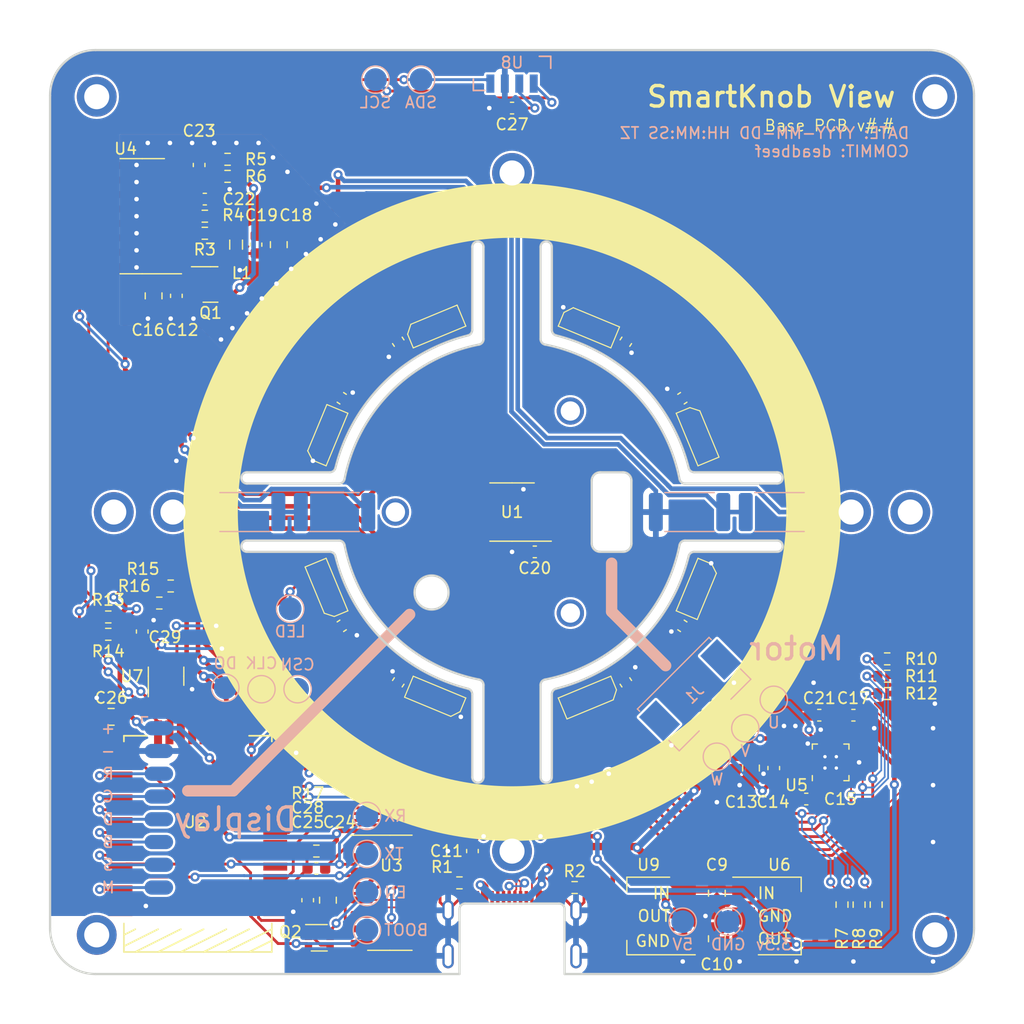
<source format=kicad_pcb>
(kicad_pcb (version 20221018) (generator pcbnew)
  (layers (0 "F.Cu" signal) (31 "B.Cu" signal) (34 "B.Paste" user) (35 "F.Paste" user) (36 "B.SilkS" user "B.Silkscreen") (37 "F.SilkS" user "F.Silkscreen") (38 "B.Mask" user) (39 "F.Mask" user) (44 "Edge.Cuts" user))
  (property "COMMIT_DATE_LONG" "YYYY-MM-DD HH:MM:SS TZ")
  (property "COMMIT_HASH" "deadbeef")
  (property "RELEASE_VERSION" "v#.#")
  (net 0 "")
  (net 1 "GND")
  (net 2 "Net-(U5-VCP)")
  (net 3 "Net-(U5-1V8OUT)")
  (net 4 "Net-(U4-VBG)")
  (net 5 "Net-(U4-INA+)")
  (net 6 "Net-(U4-INA-)")
  (net 7 "Net-(D1-DOUT)")
  (net 8 "Net-(D2-DOUT)")
  (net 9 "/USB_CC1")
  (net 10 "/USB_D-")
  (net 11 "/USB_D+")
  (net 12 "/USB_CC2")
  (net 13 "Net-(D3-DOUT)")
  (net 14 "/STRAIN_E+")
  (net 15 "Net-(D4-DOUT)")
  (net 16 "Net-(D5-DOUT)")
  (net 17 "Net-(D6-DOUT)")
  (net 18 "Net-(D7-DOUT)")
  (net 20 "Net-(J1-Pin_1)")
  (net 21 "Net-(J1-Pin_2)")
  (net 22 "Net-(J1-Pin_3)")
  (net 25 "/STRAIN_S-")
  (net 26 "/STRAIN_S+")
  (net 27 "/RTS")
  (net 28 "/DTR")
  (net 29 "/ESP32_EN")
  (net 30 "/ESP32_BOOT")
  (net 31 "/USB_SERIAL_RXI")
  (net 32 "/USB_SERIAL_TXO")
  (net 33 "/LED_DATA_5V")
  (net 34 "/LCD_CMD")
  (net 35 "/LCD_CS")
  (net 36 "/LCD_BACKLIGHT")
  (net 37 "/LCD_DATA")
  (net 38 "/LCD_SCK")
  (net 39 "/LCD_RST")
  (net 40 "/MAG_DO")
  (net 41 "/MAG_CLK")
  (net 42 "/MAG_CSN")
  (net 43 "/STRAIN_DO")
  (net 44 "/STRAIN_SCK")
  (net 45 "/TMC_UH")
  (net 46 "/TMC_VH")
  (net 47 "/TMC_WH")
  (net 48 "/TMC_UL")
  (net 49 "/TMC_WL")
  (net 50 "/TMC_VL")
  (net 51 "/TMC_DIAG")
  (net 52 "/LED_DATA_3V3")
  (net 53 "/SDA")
  (net 54 "/SCL")
  (net 55 "Net-(Q1-C)")
  (net 65 "Net-(Q1-B)")
  (net 66 "Net-(U4-VFB)")
  (net 77 "unconnected-(U2-NC-Pad37)")
  (net 88 "+5V")
  (net 89 "+3V3")
  (net 93 "unconnected-(H13-Pad1)")
  (footprint "Capacitor_SMD:C_0603_1608Metric" (layer "F.Cu") (at 90 114.967 56.2)
    (fp_text reference "C2" hide)
    (fp_text value "0.1uF")
  )
  (footprint "Holes:MountingHole_M1.6" (layer "F.Cu") (at 105.125427 91.1225)
    (fp_text reference "H3" hide)
    (fp_text value "MotorHole")
  )
  (footprint "Holes:MountingHole_M1.6" (layer "F.Cu") (at 105.125427 108.877499)
    (fp_text reference "H1" hide)
    (fp_text value "MotorHole")
  )
  (footprint "Holes:MountingHole_M1.6" (layer "F.Cu") (at 89.749146 100)
    (fp_text reference "H2" hide)
    (fp_text value "MotorHole")
  )
  (footprint "Holes:MountingHole_2.2mm_M2_ISO7380_Pad_NonVirtual" (layer "F.Cu") (at 100 129.8)
    (fp_text reference "H4" hide)
    (fp_text value "MountHole")
  )
  (footprint "Holes:MountingHole_2.2mm_M2_ISO7380_Pad_NonVirtual" (layer "F.Cu") (at 70.2 100)
    (fp_text reference "H5" hide)
    (fp_text value "MountHole")
  )
  (footprint "Holes:MountingHole_2.2mm_M2_ISO7380_Pad_NonVirtual" (layer "F.Cu") (at 100 70.2)
    (fp_text reference "H6" hide)
    (fp_text value "MountHole")
  )
  (footprint "sk6812:SK6812-SIDE-A" (layer "F.Cu") (at 91.735336 115.248051 -22.5)
    (fp_text reference "D2" hide)
    (fp_text value "SK6812SIDE-A")
  )
  (footprint "Holes:MountingHole_2.2mm_M2_ISO7380_Pad_NonVirtual" (layer "F.Cu") (at 129.8 100)
    (fp_text reference "H7" hide)
    (fp_text value "MountHole")
  )
  (footprint "Capacitor_SMD:C_0603_1608Metric" (layer "F.Cu") (at 85.033 110 33.7)
    (fp_text reference "C1" hide)
    (fp_text value "0.1uF")
  )
  (footprint "sk6812:SK6812-SIDE-A" (layer "F.Cu") (at 83.374 104.938 -67.5)
    (fp_text reference "D1" hide)
    (fp_text value "SK6812SIDE-A")
  )
  (footprint "GCT_USB:USB4510_NoPaste" (layer "F.Cu") (at 100 140.6)
    (fp_text reference "J2")
    (fp_text value "USB_C_Receptacle_USB2.0")
    (fp_line (start -4.62 0) (end -4.62 -5.7) (stroke (width 0.2)) (layer "Edge.Cuts"))
    (fp_line (start -4.12 -6.2) (end 4.12 -6.2) (stroke (width 0.2)) (layer "Edge.Cuts"))
    (fp_line (start 4.62 0) (end 4.62 -5.7) (stroke (width 0.2)) (layer "Edge.Cuts"))
    (fp_arc (start -4.62 -5.7) (mid -4.473553 -6.053553) (end -4.12 -6.2) (stroke (width 0.2)) (layer "Edge.Cuts"))
    (fp_arc (start 4.12 -6.2) (mid 4.473553 -6.053553) (end 4.62 -5.7) (stroke (width 0.2)) (layer "Edge.Cuts"))
  )
  (footprint "Resistor_SMD:R_0603_1608Metric" (layer "F.Cu") (at 95.377 132.588 180)
    (fp_text reference "R1")
    (fp_text value "5.1k")
  )
  (footprint "Resistor_SMD:R_0603_1608Metric" (layer "F.Cu") (at 105.5 133)
    (fp_text reference "R2")
    (fp_text value "5.1k")
  )
  (footprint "lilygo_micro32:T-Micro32" (layer "F.Cu") (at 78.89 135.1615 180)
    (fp_text reference "U2")
    (fp_text value "T-Micro32_Plus")
  )
  (footprint "Capacitor_SMD:C_0603_1608Metric" (layer "F.Cu") (at 96.52 129.794 -90)
    (fp_text reference "C11")
    (fp_text value "0.1uF")
  )
  (footprint "Capacitor_SMD:C_0805_2012Metric" (layer "F.Cu") (at 121 122.5 -90)
    (fp_text reference "C13")
    (fp_text value "22uF")
  )
  (footprint "Capacitor_SMD:C_0603_1608Metric" (layer "F.Cu") (at 123 122.5 -90)
    (fp_text reference "C14")
    (fp_text value "0.1uF")
  )
  (footprint "Capacitor_SMD:C_0603_1608Metric" (layer "F.Cu") (at 125.857 125.222)
    (fp_text reference "C15")
    (fp_text value "0.1uF")
  )
  (footprint "Capacitor_SMD:C_0805_2012Metric" (layer "F.Cu") (at 68.5 81 -90)
    (fp_text reference "C16")
    (fp_text value "10uF")
  )
  (footprint "Capacitor_SMD:C_0603_1608Metric" (layer "F.Cu") (at 130 117.856)
    (fp_text reference "C17")
    (fp_text value "0.1uF")
  )
  (footprint "Capacitor_SMD:C_0805_2012Metric" (layer "F.Cu") (at 79.5 76.5 90)
    (fp_text reference "C18")
    (fp_text value "10uF")
  )
  (footprint "Capacitor_SMD:C_0603_1608Metric" (layer "F.Cu") (at 73 72.5 180)
    (fp_text reference "C22")
    (fp_text value "0.1uF")
  )
  (footprint "Package_TO_SOT_SMD:SOT-23" (layer "F.Cu") (at 73.5 80)
    (fp_text reference "Q1")
    (fp_text value "MMBT4403")
  )
  (footprint "Resistor_SMD:R_0603_1608Metric" (layer "F.Cu") (at 73 74)
    (fp_text reference "R4")
    (fp_text value "8.2k")
  )
  (footprint "Resistor_SMD:R_0603_1608Metric" (layer "F.Cu") (at 75 70.5)
    (fp_text reference "R5")
    (fp_text value "100")
  )
  (footprint "Modified:SOT-223-3_TabPin2_InGndOut" (layer "F.Cu") (at 123.5 135.5)
    (fp_text reference "U6")
    (fp_text value "AP2114HA-3.3")
  )
  (footprint "Capacitor_SMD:C_0805_2012Metric" (layer "F.Cu") (at 64.77 118 180)
    (fp_text reference "C26")
    (fp_text value "10uF")
  )
  (footprint "Package_TO_SOT_SMD:SOT-363_SC-70-6" (layer "F.Cu") (at 83.058 137.414)
    (fp_text reference "Q2")
    (fp_text value "UMH3N")
  )
  (footprint "view_custom:ViewKeepouts3d" (layer "F.Cu") (at 100 100)
    (fp_text reference "Z5" hide)
    (fp_text value "dummy_keepouts")
  )
  (footprint "Package_SO:SOIC-16_3.9x9.9mm_P1.27mm" (layer "F.Cu") (at 89.262 133.457667)
    (fp_text reference "U3")
    (fp_text value "CH340C")
  )
  (footprint "Capacitor_SMD:C_0603_1608Metric" (layer "F.Cu") (at 70.5 81 -90)
    (fp_text reference "C12")
    (fp_text value "0.1uF")
  )
  (footprint "Package_TO_SOT_SMD:SOT-23-5" (layer "F.Cu") (at 69.596 114.427 90)
    (fp_text reference "U7")
    (fp_text value "SN74LV1T34DBV")
  )
  (footprint "Capacitor_SMD:C_0603_1608Metric" (layer "F.Cu") (at 90 85.033 -56.3)
    (fp_text reference "C7" hide)
    (fp_text value "0.1uF")
  )
  (footprint "sk6812:SK6812-SIDE-A" (layer "F.Cu") (at 95.062 83.374 -157.5)
    (fp_text reference "D7" hide)
    (fp_text value "SK6812SIDE-A")
  )
  (footprint "sk6812:SK6812-SIDE-A" (layer "F.Cu") (at 84.751949 91.735336 -112.5)
    (fp_text reference "D8" hide)
    (fp_text value "SK6812SIDE-A")
  )
  (footprint "Capacitor_SMD:C_0603_1608Metric" (layer "F.Cu") (at 85.033 90 -33.8)
    (fp_text reference "C8" hide)
    (fp_text value "0.1uF")
  )
  (footprint "Inductor_SMD:L_0805_2012Metric" (layer "F.Cu") (at 75.75 76.5 -90)
    (fp_text reference "L1")
    (fp_text value "3.3uH")
  )
  (footprint "Modified:QFN-20-1EP_3x3mm_P0.4mm_EP1.65x1.65mm_ThermalVias_LargerViaHoles" (layer "F.Cu") (at 128 122 90)
    (fp_text reference "U5")
    (fp_text value "TMC6300")
  )
  (footprint "Capacitor_SMD:C_0603_1608Metric" (layer "F.Cu") (at 100 64.5 180)
    (fp_text reference "C27")
    (fp_text value "0.1uF")
  )
  (footprint "Capacitor_SMD:C_0603_1608Metric" (layer "F.Cu") (at 127 117.856 180)
    (fp_text reference "C21")
    (fp_text value "0.1uF")
  )
  (footprint "Resistor_SMD:R_0603_1608Metric" (layer "F.Cu") (at 70 106.5 180)
    (fp_text reference "R16")
    (fp_text value "2.2k")
  )
  (footprint "Package_SO:SOIC-8_3.9x4.9mm_P1.27mm" (layer "F.Cu") (at 100 100 180)
    (fp_text reference "U1")
    (fp_text value "MT6701-CT")
  )
  (footprint "Capacitor_SMD:C_0603_1608Metric" (layer "F.Cu") (at 102 103.5 180)
    (fp_text reference "C20")
    (fp_text value "0.1uF")
  )
  (footprint "Capacitor_SMD:C_0603_1608Metric" (layer "F.Cu") (at 67.5 110.5 90)
    (fp_text reference "C29")
    (fp_text value "0.1uF")
  )
  (footprint "Resistor_SMD:R_0603_1608Metric" (layer "F.Cu") (at 69 108)
    (fp_text reference "R15")
    (fp_text value "2.2k")
  )
  (footprint "Resistor_SMD:R_0603_1608Metric" (layer "F.Cu") (at 64.516 110.744 180)
    (fp_text reference "R14")
    (fp_text value "2.2k")
  )
  (footprint "Resistor_SMD:R_0603_1608Metric" (layer "F.Cu") (at 64.516 109.22 180)
    (fp_text reference "R13")
    (fp_text value "2.2k")
  )
  (footprint "Package_SO:SOIC-16_3.9x9.9mm_P1.27mm" (layer "F.Cu") (at 67.5 74 180)
    (fp_text reference "U4")
    (fp_text value "HX711")
  )
  (footprint "Resistor_SMD:R_0603_1608Metric" (layer "F.Cu") (at 75 69 180)
    (fp_text reference "R6")
    (fp_text value "100")
  )
  (footprint "Capacitor_SMD:C_0603_1608Metric" (layer "F.Cu") (at 77.5 76.5 90)
    (fp_text reference "C19")
    (fp_text value "0.1uF")
  )
  (footprint "Resistor_SMD:R_0603_1608Metric" (layer "F.Cu") (at 73 75.5 180)
    (fp_text reference "R3")
    (fp_text value "10k")
  )
  (footprint "Capacitor_SMD:C_0603_1608Metric" (layer "F.Cu") (at 72.5 69.5 -90)
    (fp_text reference "C23")
    (fp_text value "0.1uF")
  )
  (footprint "Resistor_SMD:R_0603_1608Metric" (layer "F.Cu") (at 129 134.5 -90)
    (fp_text reference "R7")
    (fp_text value "10k")
  )
  (footprint "Resistor_SMD:R_0603_1608Metric" (layer "F.Cu") (at 130.5 134.5 -90)
    (fp_text reference "R8")
    (fp_text value "10k")
  )
  (footprint "Resistor_SMD:R_0603_1608Metric" (layer "F.Cu") (at 132.969 115.951)
    (fp_text reference "R12")
    (fp_text value "10k")
  )
  (footprint "Resistor_SMD:R_0603_1608Metric" (layer "F.Cu") (at 132 134.5 -90)
    (fp_text reference "R9")
    (fp_text value "10k")
  )
  (footprint "Resistor_SMD:R_0603_1608Metric" (layer "F.Cu") (at 132.969 112.903)
    (fp_text reference "R10")
    (fp_text value "10k")
  )
  (footprint "Resistor_SMD:R_0603_1608Metric" (layer "F.Cu") (at 132.969 114.427)
    (fp_text reference "R11")
    (fp_text value "10k")
  )
  (footprint "Resistor_SMD:R_0603_1608Metric" (layer "F.Cu") (at 82.804 129.794 180)
    (fp_text reference "R17")
    (fp_text value "10k")
  )
  (footprint "Capacitor_SMD:C_0603_1608Metric" (layer "F.Cu") (at 82.804 131.318)
    (fp_text reference "C28")
    (fp_text value "1uF")
  )
  (footprint "Capacitor_SMD:C_0603_1608Metric" (layer "F.Cu") (at 82.042 134.112 -90)
    (fp_text reference "C25")
    (fp_text value "0.1uF")
  )
  (footprint "Capacitor_SMD:C_0805_2012Metric" (layer "F.Cu") (at 118 137.5 90)
    (fp_text reference "C10")
    (fp_text value "10uF")
  )
  (footprint "Capacitor_SMD:C_0805_2012Metric" (layer "F.Cu") (at 118 133.5 -90)
    (fp_text reference "C9")
    (fp_text value "10uF")
  )
  (footprint "BOM_Only:bom_only_no_pin" (layer "F.Cu") (at 120.4 71.8)
    (fp_text reference "Z6")
    (fp_text value "RotorScrew (BOM-only)")
  )
  (footprint "BOM_Only:bom_only_no_pin" (layer "F.Cu") (at 121.9 71.8)
    (fp_text reference "Z7")
    (fp_text value "RotorScrew (BOM-only)")
  )
  (footprint "BOM_Only:bom_only_no_pin" (layer "F.Cu") (at 123.4 71.8)
    (fp_text reference "Z8")
    (fp_text value "RotorScrew (BOM-only)")
  )
  (footprint "BOM_Only:bom_only_no_pin" (layer "F.Cu") (at 120.4 71.8)
    (fp_text reference "Z9")
    (fp_text value "WatchGlass39.5mm")
  )
  (footprint "BOM_Only:bom_only_no_pin" (layer "F.Cu") (at 121.9 71.8)
    (fp_text reference "Z10")
    (fp_text value "BLDCMotor")
  )
  (footprint "Holes:MountingHole_2.2mm_M2_ISO7380_Pad_NonVirtual" (layer "F.Cu") (at 135 100)
    (fp_text reference "H8" hide)
    (fp_text value "AlignmentHole")
  )
  (footprint "Holes:MountingHole_2.2mm_M2_ISO7380_Pad_NonVirtual" (layer "F.Cu") (at 65 100)
    (fp_text reference "H9" hide)
    (fp_text value "AlignmentHole")
  )
  (footprint "Capacitor_SMD:C_0805_2012Metric" (layer "F.Cu") (at 83.82 134.112 -90)
    (fp_text reference "C24")
    (fp_text value "10uF")
  )
  (footprint "Holes:MountingHole_2.2mm_M2_ISO7380_Pad_NonVirtual" (layer "F.Cu") (at 137.16 137.16)
    (fp_text reference "H13" hide)
    (fp_text value "AlignmentHole")
  )
  (footprint "Capacitor_SMD:C_0603_1608Metric" (layer "F.Cu") (at 114.967 90 -146.3)
    (fp_text reference "C5" hide)
    (fp_text value "0.1uF")
  )
  (footprint "sk6812:SK6812-SIDE-A" (layer "F.Cu") (at 116.626 95.062 112.5)
    (fp_text reference "D5" hide)
    (fp_text value "SK6812SIDE-A")
  )
  (footprint "Capacitor_SMD:C_0603_1608Metric" (layer "F.Cu") (at 110 114.967 123.7)
    (fp_text reference "C3" hide)
    (fp_text value "0.1uF")
  )
  (footprint "Holes:MountingHole_2.2mm_M2_ISO7380_Pad_NonVirtual" (layer "F.Cu") (at 63.5 137.16)
    (fp_text reference "H12" hide)
    (fp_text value "AlignmentHole")
  )
  (footprint "Modified:SOT-223-3_TabPin2_GndOutIn" (layer "F.Cu") (at 112 135.5 180)
    (fp_text reference "U9")
    (fp_text value "TS1117BCW33_RPG")
  )
  (footprint "Capacitor_SMD:C_0603_1608Metric" (layer "F.Cu") (at 110 85.033 -123.8)
    (fp_text reference "C6" hide)
    (fp_text value "0.1uF")
  )
  (footprint "sk6812:SK6812-SIDE-A" (layer "F.Cu") (at 108.264664 84.751949 157.5)
    (fp_text reference "D6" hide)
    (fp_text value "SK6812SIDE-A")
  )
  (footprint "sk6812:SK6812-SIDE-A" (layer "F.Cu") (at 115.248051 108.264664 67.5)
    (fp_text reference "D4" hide)
    (fp_text value "SK6812SIDE-A")
  )
  (footprint "Capacitor_SMD:C_0603_1608Metric" (layer "F.Cu") (at 114.967 110 146.2)
    (fp_text reference "C4" hide)
    (fp_text value "0.1uF")
  )
  (footprint "Holes:MountingHole_2.2mm_M2_ISO7380_Pad_NonVirtual" (layer "F.Cu") (at 137.16 63.5)
    (fp_text reference "H10" hide)
    (fp_text value "AlignmentHole")
  )
  (footprint "sk6812:SK6812-SIDE-A" (layer "F.Cu") (at 104.938 116.626 22.5)
    (fp_text reference "D3" hide)
    (fp_text value "SK6812SIDE-A")
  )
  (footprint "Holes:MountingHole_2.2mm_M2_ISO7380_Pad_NonVirtual" (layer "F.Cu") (at 63.5 63.5)
    (fp_text reference "H11" hide)
    (fp_text value "AlignmentHole")
  )
  (footprint "SolderPads:SolderPads_2mm_8" (layer "B.Cu") (at 68.961 119 -90)
    (fp_text reference "J3" hide)
    (fp_text value "LCD")
  )
  (footprint "VEML7700:VEML7700-TOP" (layer "B.Cu") (at 100 61 180)
    (fp_text reference "U8")
    (fp_text value "VEML7700")
  )
  (footprint "Molex:532610371" (layer "B.Cu") (at 116.816 118.584 45)
    (fp_text reference "J1")
    (fp_text value "BLDC")
  )
  (footprint "Modified:TestPoint_Pad_D2.0mm_ValueSilk" (layer "B.Cu") (at 115 136)
    (fp_text reference "TP1" hide)
    (fp_text value "5V" hide)
  )
  (footprint "Modified:TestPoint_Pad_D2.0mm_ValueSilk" (layer "B.Cu") (at 123 136)
    (fp_text reference "TP2" hide)
    (fp_text value "3.3v" hide)
  )
  (footprint "Modified:TestPoint_Pad_D2.0mm_ValueSilk" (layer "B.Cu") (at 119 136)
    (fp_text reference "TP3" hide)
    (fp_text value "GND" hide)
  )
  (footprint "Modified:TestPoint_Pad_D2.0mm_ValueSilk" (layer "B.Cu") (at 92 62)
    (fp_text reference "TP4" hide)
    (fp_text value "SDA" hide)
  )
  (footprint "Modified:TestPoint_Pad_D2.0mm_ValueSilk" (layer "B.Cu") (at 88 62)
    (fp_text reference "TP5" hide)
    (fp_text value "SCL" hide)
  )
  (footprint "Modified:TestPoint_Pad_D2.0mm_ValueSilk" (layer "B.Cu") (at 123 116.5)
    (fp_text reference "TP6" hide)
    (fp_text value "U" hide)
  )
  (footprint "Modified:TestPoint_Pad_D2.0mm_ValueSilk" (layer "B.Cu") (at 120.5 119)
    (fp_text reference "TP7" hide)
    (fp_text value "V" hide)
  )
  (footprint "Modified:TestPoint_Pad_D2.0mm_ValueSilk" (layer "B.Cu") (at 118 121.5)
    (fp_text reference "TP8" hide)
    (fp_text value "W" hide)
  )
  (footprint "Modified:TestPoint_Pad_D2.0mm_ValueSilk" (layer "B.Cu") (at 81.153 115.57)
    (fp_text reference "TP9" hide)
    (fp_text value "CSN" hide)
  )
  (footprint "Modified:TestPoint_Pad_D2.0mm_ValueSilk" (layer "B.Cu") (at 74.803 115.443)
    (fp_text reference "TP11" hide)
    (fp_text value "DO" hide)
  )
  (footprint "Modified:TestPoint_Pad_D2.0mm_ValueSilk" (layer "B.Cu") (at 80.5 108.5)
    (fp_text reference "TP12" hide)
    (fp_text value "LED" hide)
  )
  (footprint "Modified:TestPoint_Pad_D2.0mm_ValueSilk" (layer "B.Cu") (at 77.978 115.57)
    (fp_text reference "TP10" hide)
    (fp_text value "CLK" hide)
  )
  (footprint "Modified:TestPoint_Pad_D2.0mm_ValueSilk" (layer "B.Cu") (at 87.249 133.392333)
    (fp_text reference "TP13" hide)
    (fp_text value "EN" hide)
  )
  (footprint "Modified:TestPoint_Pad_D2.0mm_ValueSilk" (layer "B.Cu") (at 87.249 136.736667)
    (fp_text reference "TP14" hide)
    (fp_text value "BOOT" hide)
  )
  (footprint "Modified:TestPoint_Pad_D2.0mm_ValueSilk" (layer "B.Cu") (at 87.249 130.048 180)
    (fp_text reference "TP15" hide)
    (fp_text value "TX" hide)
  )
  (footprint "Modified:TestPoint_Pad_D2.0mm_ValueSilk" (layer "B.Cu") (at 87.249 126.703667 180)
    (fp_text reference "TP16" hide)
    (fp_text value "RX" hide)
  )
  (footprint "Resistor_SMD:R_2512_6332Metric" (layer "B.Cu") (at 123.5 100 180)
    (fp_text reference "R18" hide)
    (fp_text value "330")
  )
  (footprint "Resistor_SMD:R_2512_6332Metric" (layer "B.Cu") (at 76.5 100)
    (fp_text reference "R21" hide)
    (fp_text value "330")
  )
  (footprint "Resistor_SMD:R_2512_6332Metric" (layer "B.Cu") (at 115.6 100 180)
    (fp_text reference "R19" hide)
    (fp_text value "330")
  )
  (footprint "Resistor_SMD:R_2512_6332Metric" (layer "B.Cu") (at 84.4 100)
    (fp_text reference "R20" hide)
    (fp_text value "330")
  )
  (gr_line (start 75.5 124.5) (end 71.5 124.5) (stroke (width 1)) (layer "B.SilkS"))
  (gr_line (start 108.75 104.5) (end 108.75 108.75) (stroke (width 1)) (layer "B.SilkS"))
  (gr_line (start 108.75 108.75) (end 113.5 113.5) (stroke (width 1)) (layer "B.SilkS"))
  (gr_line (start 91 109) (end 75.5 124.5) (stroke (width 1)) (layer "B.SilkS"))
  (gr_circle (center 100 100) (end 126.5 100) (stroke (width 4.8)) (fill none) (layer "F.SilkS"))
  (gr_line (start 84.793094 102.499999) (end 76.709801 102.499999) (stroke (width 0.2)) (layer "Edge.Cuts"))
  (gr_line (start 96.5 116.00781) (end 96.5 123.290199) (stroke (width 0.2)) (layer "Edge.Cuts"))
  (gr_line (start 97.5 123.290199) (end 97.500001 115.206906) (stroke (width 0.2)) (layer "Edge.Cuts"))
  (gr_arc (start 103.499999 116.00781) (mid 103.605914 115.700081) (end 103.878787 115.522725) (stroke (width 0.2)) (layer "Edge.Cuts"))
  (gr_arc (start 97.5 123.290199) (mid 97 123.790199) (end 96.5 123.290199) (stroke (width 0.2)) (layer "Edge.Cuts"))
  (gr_arc (start 114.71636 102.903226) (mid 110.606601 110.606601) (end 102.903225 114.71636) (stroke (width 0.2)) (layer "Edge.Cuts"))
  (gr_arc (start 114.716361 102.903226) (mid 114.889406 102.613745) (end 115.206906 102.5) (stroke (width 0.2)) (layer "Edge.Cuts"))
  (gr_arc (start 115.522725 103.878788) (mid 111.313708 111.313709) (end 103.878787 115.522725) (stroke (width 0.2)) (layer "Edge.Cuts"))
  (gr_arc (start 110.499999 102.75) (mid 110.280329 103.28033) (end 109.749999 103.5) (stroke (width 0.2)) (layer "Edge.Cuts"))
  (gr_arc (start 115.522726 103.878787) (mid 115.700082 103.605915) (end 116.00781 103.5) (stroke (width 0.2)) (layer "Edge.Cuts"))
  (gr_line (start 110.499999 102.75) (end 110.499999 97.250001) (stroke (width 0.2)) (layer "Edge.Cuts"))
  (gr_arc (start 123.290199 96.500001) (mid 123.790199 97.000001) (end 123.290199 97.500001) (stroke (width 0.2)) (layer "Edge.Cuts"))
  (gr_arc (start 103.499999 123.290199) (mid 102.999999 123.790199) (end 102.499999 123.290199) (stroke (width 0.2)) (layer "Edge.Cuts"))
  (gr_line (start 103.499999 123.290199) (end 103.499999 116.00781) (stroke (width 0.2)) (layer "Edge.Cuts"))
  (gr_arc (start 109.749999 96.500001) (mid 110.280329 96.719671) (end 110.499999 97.250001) (stroke (width 0.2)) (layer "Edge.Cuts"))
  (gr_line (start 109.749999 96.500001) (end 107.749999 96.500001) (stroke (width 0.2)) (layer "Edge.Cuts"))
  (gr_arc (start 106.999999 97.250001) (mid 107.219669 96.719671) (end 107.749999 96.500001) (stroke (width 0.2)) (layer "Edge.Cuts"))
  (gr_line (start 106.999999 97.250001) (end 106.999999 102.75) (stroke (width 0.2)) (layer "Edge.Cuts"))
  (gr_circle (center 92.928933 107.071067) (end 94.428933 107.071067) (stroke (width 0.2)) (fill none) (layer "Edge.Cuts"))
  (gr_line (start 116.00781 103.5) (end 123.290199 103.5) (stroke (width 0.2)) (layer "Edge.Cuts"))
  (gr_arc (start 107.749999 103.5) (mid 107.219669 103.28033) (end 106.999999 102.75) (stroke (width 0.2)) (layer "Edge.Cuts"))
  (gr_arc (start 102.903226 85.28364) (mid 110.606601 89.393399) (end 114.71636 97.096775) (stroke (width 0.2)) (layer "Edge.Cuts"))
  (gr_line (start 115.206906 97.500001) (end 123.290199 97.500001) (stroke (width 0.2)) (layer "Edge.Cuts"))
  (gr_arc (start 96.121212 115.522725) (mid 88.686291 111.313708) (end 84.477275 103.878787) (stroke (width 0.2)) (layer "Edge.Cuts"))
  (gr_arc (start 115.206906 97.500002) (mid 114.889405 97.386257) (end 114.71636 97.096775) (stroke (width 0.2)) (layer "Edge.Cuts"))
  (gr_arc (start 102.499998 115.206906) (mid 102.613743 114.889405) (end 102.903225 114.71636) (stroke (width 0.2)) (layer "Edge.Cuts"))
  (gr_arc (start 140.6 136.599999) (mid 139.428427 139.428426) (end 136.6 140.599999) (stroke (width 0.2)) (layer "Edge.Cuts"))
  (gr_line (start 123.290199 102.5) (end 115.206906 102.5) (stroke (width 0.2)) (layer "Edge.Cuts"))
  (gr_arc (start 76.709801 103.499999) (mid 76.209801 102.999999) (end 76.709801 102.499999) (stroke (width 0.2)) (layer "Edge.Cuts"))
  (gr_arc (start 97.096774 114.71636) (mid 89.393399 110.606601) (end 85.28364 102.903225) (stroke (width 0.2)) (layer "Edge.Cuts"))
  (gr_arc (start 83.99219 103.499999) (mid 84.299919 103.605914) (end 84.477275 103.878787) (stroke (width 0.2)) (layer "Edge.Cuts"))
  (gr_arc (start 97.096774 114.71636) (mid 97.386256 114.889405) (end 97.500001 115.206906) (stroke (width 0.2)) (layer "Edge.Cuts"))
  (gr_line (start 76.709801 103.499999) (end 83.99219 103.499999) (stroke (width 0.2)) (layer "Edge.Cuts"))
  (gr_line (start 102.499999 115.206906) (end 102.499999 123.290199) (stroke (width 0.2)) (layer "Edge.Cuts"))
  (gr_arc (start 84.793094 102.499998) (mid 85.110595 102.613743) (end 85.28364 102.903225) (stroke (width 0.2)) (layer "Edge.Cuts"))
  (gr_line (start 107.749999 103.5) (end 109.749999 103.5) (stroke (width 0.2)) (layer "Edge.Cuts"))
  (gr_arc (start 102.903226 85.283639) (mid 102.613745 85.110594) (end 102.5 84.793094) (stroke (width 0.2)) (layer "Edge.Cuts"))
  (gr_line (start 123.290199 96.500001) (end 116.00781 96.500001) (stroke (width 0.2)) (layer "Edge.Cuts"))
  (gr_arc (start 123.290199 102.5) (mid 123.790199 103) (end 123.290199 103.5) (stroke (width 0.2)) (layer "Edge.Cuts"))
  (gr_arc (start 96.121213 115.522726) (mid 96.394085 115.700082) (end 96.5 116.00781) (stroke (width 0.2)) (layer "Edge.Cuts"))
  (gr_arc (start 59.400001 63.4) (mid 60.571574 60.571573) (end 63.400001 59.4) (stroke (width 0.2)) (layer "Edge.Cuts"))
  (gr_arc (start 136.6 59.4) (mid 139.428427 60.571573) (end 140.6 63.4) (stroke (width 0.2)) (layer "Edge.Cuts"))
  (gr_line (start 59.400001 136.599999) (end 59.400001 63.4) (stroke (width 0.2)) (layer "Edge.Cuts"))
  (gr_line (start 136.6 140.599999) (end 104.619999 140.6) (stroke (width 0.2)) (layer "Edge.Cuts"))
  (gr_line (start 95.38 140.6) (end 63.400001 140.599999) (stroke (width 0.2)) (layer "Edge.Cuts"))
  (gr_arc (start 63.400001 140.599999) (mid 60.571574 139.428426) (end 59.400001 136.599999) (stroke (width 0.2)) (layer "Edge.Cuts"))
  (gr_line (start 140.6 63.4) (end 140.6 136.599999) (stroke (width 0.2)) (layer "Edge.Cuts"))
  (gr_line (start 63.400001 59.4) (end 136.6 59.4) (stroke (width 0.2)) (layer "Edge.Cuts"))
  (gr_arc (start 97.500002 84.793094) (mid 97.386257 85.110595) (end 97.096775 85.28364) (stroke (width 0.2)) (layer "Edge.Cuts"))
  (gr_arc (start 103.878788 84.477275) (mid 111.313709 88.686292) (end 115.522725 96.121213) (stroke (width 0.2)) (layer "Edge.Cuts"))
  (gr_arc (start 103.878787 84.477274) (mid 103.605915 84.299918) (end 103.5 83.99219) (stroke (width 0.2)) (layer "Edge.Cuts"))
  (gr_arc (start 102.5 76.709801) (mid 103 76.209801) (end 103.5 76.709801) (stroke (width 0.2)) (layer "Edge.Cuts"))
  (gr_line (start 83.99219 96.5) (end 76.709801 96.5) (stroke (width 0.2)) (layer "Edge.Cuts"))
  (gr_line (start 102.5 76.709801) (end 102.5 84.793094) (stroke (width 0.2)) (layer "Edge.Cuts"))
  (gr_arc (start 116.00781 96.500001) (mid 115.700081 96.394086) (end 115.522725 96.121213) (stroke (width 0.2)) (layer "Edge.Cuts"))
  (gr_arc (start 85.28364 97.096774) (mid 89.393399 89.393399) (end 97.096775 85.28364) (stroke (width 0.2)) (layer "Edge.Cuts"))
  (gr_line (start 96.500001 76.709801) (end 96.500001 83.99219) (stroke (width 0.2)) (layer "Edge.Cuts"))
  (gr_line (start 103.5 83.99219) (end 103.5 76.709801) (stroke (width 0.2)) (layer "Edge.Cuts"))
  (gr_line (start 76.709801 97.5) (end 84.793094 97.5) (stroke (width 0.2)) (layer "Edge.Cuts"))
  (gr_arc (start 96.500001 83.99219) (mid 96.394086 84.299919) (end 96.121213 84.477275) (stroke (width 0.2)) (layer "Edge.Cuts"))
  (gr_arc (start 84.477275 96.121212) (mid 88.686292 88.686291) (end 96.121213 84.477275) (stroke (width 0.2)) (layer "Edge.Cuts"))
  (gr_arc (start 76.709801 97.5) (mid 76.209801 97) (end 76.709801 96.5) (stroke (width 0.2)) (layer "Edge.Cuts"))
  (gr_arc (start 85.283638 97.096775) (mid 85.110593 97.386256) (end 84.793094 97.5) (stroke (width 0.2)) (layer "Edge.Cuts"))
  (gr_line (start 97.500001 84.793094) (end 97.500001 76.709801) (stroke (width 0.2)) (layer "Edge.Cuts"))
  (gr_arc (start 96.500001 76.709801) (mid 97.000001 76.209801) (end 97.500001 76.709801) (stroke (width 0.2)) (layer "Edge.Cuts"))
  (gr_arc (start 84.477274 96.121213) (mid 84.299918 96.394085) (end 83.99219 96.5) (stroke (width 0.2)) (layer "Edge.Cuts"))
  (gr_text "Motor" (at 125 112) (layer "B.SilkS") (effects (font (size 2 2) (thickness 0.3)) (justify mirror)))
  (gr_text "Display" (at 75.692 127) (layer "B.SilkS") (effects (font (size 2 2) (thickness 0.3)) (justify mirror)))
  (gr_text "S" (at 64.5 131) (layer "B.SilkS") (effects (font (size 1 1)) (justify mirror)))
  (gr_text "C" (at 64.5 125) (layer "B.SilkS") (effects (font (size 1 1)) (justify mirror)))
  (gr_text "M" (at 64.5 133) (layer "B.SilkS") (effects (font (size 1 1)) (justify mirror)))
  (gr_text "DATE: ${COMMIT_DATE_LONG}\nCOMMIT: ${COMMIT_HASH}\n" (at 135 67.5) (layer "B.SilkS") (effects (font (size 1 1)) (justify left mirror)))
  (gr_text "+" (at 64.5 119) (layer "B.SilkS") (effects (font (size 1 1)) (justify mirror)))
  (gr_text "R" (at 64.5 123) (layer "B.SilkS") (effects (font (size 1 1)) (justify mirror)))
  (gr_text "B" (at 64.5 129) (layer "B.SilkS") (effects (font (size 1 1)) (justify mirror)))
  (gr_text "D" (at 64.5 127) (layer "B.SilkS") (effects (font (size 1 1)) (justify mirror)))
  (gr_text "-" (at 64.5 121) (layer "B.SilkS") (effects (font (size 1 1)) (justify mirror)))
  (gr_text "Base PCB ${RELEASE_VERSION}" (at 133.604 66.04) (layer "F.SilkS") (effects (font (size 1 1) (thickness 0.12)) (justify right)))
  (gr_text "SmartKnob View" (at 133.858 63.5) (layer "F.SilkS") (effects (font (size 1.8 1.8) (thickness 0.3)) (justify right)))
  (segment (start 104.938698 82.438698) (end 104.5 82) (width 0.25) (layer "F.Cu") (net 1))
  (segment (start 114.322987 109.568871) (end 114.322987 110.177013) (width 0.25) (layer "F.Cu") (net 1))
  (segment (start 104.938698 83.374289) (end 104.938698 82.438698) (width 0.25) (layer "F.Cu") (net 1))
  (segment (start 114.322987 110.177013) (end 114 110.5) (width 0.25) (layer "F.Cu") (net 1))
  (segment (start 108.263966 115.24834) (end 108.643892 115.24834) (width 0.25) (layer "F.Cu") (net 1))
  (segment (start 108.643892 115.24834) (end 109.569996 114.322236) (width 0.25) (layer "F.Cu") (net 1))
  (segment (start 110.145089 114.322236) (end 110.828626 113.638699) (width 0.25) (layer "F.Cu") (net 1))
  (segment (start 109.569996 114.322236) (end 110.145089 114.322236) (width 0.25) (layer "F.Cu") (net 1))
  (segment (start 101.095 98.095) (end 101 98) (width 0.25) (layer "F.Cu") (net 1))
  (segment (start 101.225 103.5) (end 100 103.5) (width 0.25) (layer "F.Cu") (net 1))
  (segment (start 102.475 98.095) (end 101.095 98.095) (width 0.25) (layer "F.Cu") (net 1))
  (segment (start 95.061302 116.625711) (end 95.061302 117.561302) (width 0.25) (layer "F.Cu") (net 1))
  (segment (start 89.854911 85.677764) (end 89.171374 86.361301) (width 0.25) (layer "F.Cu") (net 1))
  (segment (start 127.127 119.126) (end 127.6 119.599) (width 0.15) (layer "F.Cu") (net 1))
  (segment (start 83.645 134.887) (end 83.82 135.062) (width 0.4) (layer "F.Cu") (net 1))
  (segment (start 94.087 132.588) (end 93.675 133) (width 0.25) (layer "F.Cu") (net 1))
  (segment (start 65.025 75.905) (end 66.595 75.905) (width 0.25) (layer "F.Cu") (net 1))
  (segment (start 63.5 116.332) (end 63.5 117.68) (width 0.25) (layer "F.Cu") (net 1))
  (segment (start 93.675 133) (end 93.675 134.295) (width 0.25) (layer "F.Cu") (net 1))
  (segment (start 95.136 130.569) (end 96.52 130.569) (width 0.25) (layer "F.Cu") (net 1))
  (segment (start 94.171 132.588) (end 94.087 132.588) (width 0.25) (layer "F.Cu") (net 1))
  (segment (start 89.822987 114.322987) (end 89.5 114) (width 0.25) (layer "F.Cu") (net 1))
  (segment (start 83.579 131.260072) (end 85.826405 129.012667) (width 0.25) (layer "F.Cu") (net 1))
  (segment (start 126.225 117.5) (end 126.2 117.5) (width 0.25) (layer "F.Cu") (net 1))
  (segment (start 70.5 95.5) (end 70.400998 95.400998) (width 0.4) (layer "F.Cu") (net 1))
  (segment (start 71.8765 115.5645) (end 71.882 115.57) (width 0.25) (layer "F.Cu") (net 1))
  (segment (start 116.625711 104.938698) (end 117.061302 104.938698) (width 0.25) (layer "F.Cu") (net 1))
  (segment (start 104.47 133.85) (end 105.62 135) (width 0.25) (layer "F.Cu") (net 1))
  (segment (start 65.025 69.555) (end 66.945 69.555) (width 0.25) (layer "F.Cu") (net 1))
  (segment (start 67.2765 135.1615) (end 67.818 134.62) (width 0.25) (layer "F.Cu") (net 1))
  (segment (start 117.061302 104.938698) (end 117.5 104.5) (width 0.25) (layer "F.Cu") (net 1))
  (segment (start 114.322236 89.854911) (end 113.638699 89.171374) (width 0.25) (layer "F.Cu") (net 1))
  (segment (start 85.677764 110.145089) (end 86.361301 110.828626) (width 0.25) (layer "F.Cu") (net 1))
  (segment (start 95.061302 117.561302) (end 95.5 118) (width 0.25) (layer "F.Cu") (net 1))
  (segment (start 106.325 133) (end 106.325 134.295) (width 0.25) (layer "F.Cu") (net 1))
  (segment (start 91.736034 84.75166) (end 91.356108 84.75166) (width 0.25) (layer "F.Cu") (net 1))
  (segment (start 85.677013 90.431129) (end 85.677013 89.822987) (width 0.25) (layer "F.Cu") (net 1))
  (segment (start 120 124) (end 120.45 124) (width 0.65) (layer "F.Cu") (net 1))
  (segment (start 65.025 70.825) (end 66.825 70.825) (width 0.25) (layer "F.Cu") (net 1))
  (segment (start 115.24834 91.356108) (end 114.322236 90.430004) (width 0.25) (layer "F.Cu") (net 1))
  (segment (start 126.2 117.5) (end 124.9 118.8) (width 0.25) (layer "F.Cu") (net 1))
  (segment (start 81.0225 121.1615) (end 78.89 121.1615) (width 0.25) (layer "F.Cu") (net 1))
  (segment (start 70.400998 84.599002) (end 72 83) (width 0.4) (layer "F.Cu") (net 1))
  (segment (start 90.430004 85.677764) (end 89.854911 85.677764) (width 0.25) (layer "F.Cu") (net 1))
  (segment (start 94.361 129.794) (end 95.136 130.569) (width 0.25) (layer "F.Cu") (net 1))
  (segment (start 126.55 122.8) (end 124.025 122.8) (width 0.25) (layer "F.Cu") (net 1))
  (segment (start 96.8 133.85) (end 95.53 133.85) (width 0.25) (layer "F.Cu") (net 1))
  (segment (start 84.75166 108.263966) (end 84.75166 108.643892) (width 0.25) (layer "F.Cu") (net 1))
  (segment (start 126.55 121.2) (end 126.55 120.908226) (width 0.25) (layer "F.Cu") (net 1))
  (segment (start 65.89 135.1615) (end 67.2765 135.1615) (width 0.25) (layer "F.Cu") (net 1))
  (segment (start 70.400998 95.400998) (end 70.400998 84.599002) (width 0.4) (layer "F.Cu") (net 1))
  (segment (start 130.775 117.948) (end 130.775 117.5) (width 0.25) (layer "F.Cu") (net 1))
  (segment (start 129.45 121.6) (end 130.1 121.6) (width 0.15) (layer "F.Cu") (net 1))
  (segment (start 89.408 129.370667) (end 89.05 129.012667) (width 0.25) (layer "F.Cu") (net 1))
  (segment (start 89.05 129.012667) (end 86.787 129.012667) (width 0.25) (layer "F.Cu") (net 1))
  (segment (start 114.322236 90.430004) (end 114.322236 89.854911) (width 0.25) (layer "F.Cu") (net 1))
  (segment (start 67.775 109.725) (end 68 109.5) (width 0.25) (layer "F.Cu") (net 1))
  (segment (start 66.825 70.825) (end 67 71) (width 0.25) (layer "F.Cu") (net 1))
  (segment (start 68 109.5) (end 68.5 109.5) (width 0.25) (layer "F.Cu") (net 1))
  (segment (start 129.45 122) (end 130.5 122) (width 0.15) (layer "F.Cu") (net 1))
  (segment (start 83.374289 95.061302) (end 82.938698 95.061302) (width 0.25) (layer "F.Cu") (net 1))
  (segment (start 66.595 75.905) (end 67 75.5) (width 0.25) (layer "F.Cu") (net 1))
  (segment (start 131.826 118.999) (end 130.775 117.948) (width 0.25) (layer "F.Cu") (net 1))
  (segment (start 78.9235 135.128) (end 78.89 135.1615) (width 0.4) (layer "F.Cu") (net 1))
  (segment (start 126.55 120.908226) (end 125.989142 120.347368) (width 0.25) (layer "F.Cu") (net 1))
  (segment (start 90.431129 114.322987) (end 89.822987 114.322987) (width 0.25) (layer "F.Cu") (net 1))
  (segment (start 66.945 69.555) (end 67 69.5) (width 0.25) (layer "F.Cu") (net 1))
  (segment (start 70.546 115.5645) (end 71.8765 115.5645) (width 0.25) (layer "F.Cu") (net 1))
  (segment (start 115.24834 91.736034) (end 115.24834 91.356108) (width 0.25) (layer "F.Cu") (net 1))
  (segment (start 82.042 134.887) (end 83.645 134.887) (width 0.4) (layer "F.Cu") (net 1))
  (segment (start 130.1 121.6) (end 130.5 122) (width 0.15) (layer "F.Cu") (net 1))
  (segment (start 120.45 124) (end 121 123.45) (width 0.65) (layer "F.Cu") (net 1))
  (segment (start 99.225 64.5) (end 98 64.5) (width 0.25) (layer "F.Cu") (net 1))
  (segment (start 83.579 131.318) (end 83.579 131.260072) (width 0.25) (layer "F.Cu") (net 1))
  (segment (start 122 122.95) (end 121.182458 122.95) (width 0.65) (layer "F.Cu") (net 1))
  (segment (start 63.5 117.68) (end 63.82 118) (width 0.25) (layer "F.Cu") (net 1))
  (segment (start 91.356108 84.75166) (end 90.430004 85.677764) (width 0.25) (layer "F.Cu") (net 1))
  (segment (start 122.047533 122.997533) (end 122 122.95) (width 0.65) (layer "F.Cu") (net 1))
  (segment (start 80.772 135.128) (end 78.9235 135.128) (width 0.4) (layer "F.Cu") (net 1))
  (segment (start 82.938698 95.061302) (end 82.5 95.5) (width 0.25) (layer "F.Cu") (net 1))
  (segment (start 85.677764 109.569996) (end 85.677764 110.145089) (width 0.25) (layer "F.Cu") (net 1))
  (segment (start 106.325 134.295) (end 105.62 135) (width 0.25) (layer "F.Cu") (net 1))
  (segment (start 109.568871 85.677013) (end 110.177013 85.677013) (width 0.25) (layer "F.Cu") (net 1))
  (segment (start 84.75166 108.643892) (end 85.677764 109.569996) (width 0.25) (layer "F.Cu") (net 1))
  (segment (start 80.772 135.128) (end 81.801 135.128) (width 0.4) (layer "F.Cu") (net 1))
  (segment (start 81.801 135.128) (end 82.042 134.887) (width 0.4) (layer "F.Cu") (net 1))
  (segment (start 85.677013 89.822987) (end 86 89.5) (width 0.25) (layer "F.Cu") (net 1))
  (segment (start 85.826405 129.012667) (end 86.787 129.012667) (width 0.25) (layer "F.Cu") (net 1))
  (segment (start 127.6 119.599) (end 127.6 120.55) (width 0.15) (layer "F.Cu") (net 1))
  (segment (start 103.2 133.85) (end 104.47 133.85) (width 0.25) (layer "F.Cu") (net 1))
  (segment (start 93.675 134.295) (end 94.38 135) (width 0.25) (layer "F.Cu") (net 1))
  (segment (start 124.025 122.8) (end 124 122.775) (width 0.25) (layer "F.Cu") (net 1))
  (segment (start 81.026 121.158) (end 81.0225 121.1615) (width 0.25) (layer "F.Cu") (net 1))
  (segment (start 110.177013 85.677013) (end 110.5 86) (width 0.25) (layer "F.Cu") (net 1))
  (segment (start 124 122.775) (end 125.9343 122.775) (width 0.4) (layer "F.Cu") (net 1))
  (segment (start 95.53 133.85) (end 94.38 135) (width 0.25) (layer "F.Cu") (net 1))
  (via (at 117.5 104.5) (size 0.8) (drill 0.4) (layers "F.Cu" "B.Cu") (net 1))
  (via (at 114 110.5) (size 0.8) (drill 0.4) (layers "F.Cu" "B.Cu") (net 1))
  (via (at 110.828626 113.638699) (size 0.8) (drill 0.4) (layers "F.Cu" "B.Cu") (net 1))
  (via (at 100 103.5) (size 0.8) (drill 0.4) (layers "F.Cu" "B.Cu") (net 1))
  (via (at 101 98) (size 0.8) (drill 0.4) (layers "F.Cu" "B.Cu") (net 1))
  (via (at 78.007714 81.23314) (size 0.8) (drill 0.4) (layers "F.Cu" "B.Cu") (net 1))
  (via (at 77.724 67.564) (size 0.8) (drill 0.4) (layers "F.Cu" "B.Cu") (net 1))
  (via (at 94.361 129.794) (size 0.8) (drill 0.4) (layers "F.Cu" "B.Cu") (net 1))
  (via (at 126.5 115) (size 0.8) (drill 0.4) (layers "F.Cu" "B.Cu") (net 1))
  (via (at 84.472 74.726) (size 0.8) (drill 0.4) (layers "F.Cu" "B.Cu") (net 1))
  (via (at 80.772 135.128) (size 0.8) (drill 0.4) (layers "F.Cu" "B.Cu") (net 1))
  (via (at 75.184 71.628) (size 0.8) (drill 0.4) (layers "F.Cu" "B.Cu") (net 1))
  (via (at 75.422 83.836) (size 0.8) (drill 0.4) (layers "F.Cu" "B.Cu") (net 1))
  (via (at 82.5 95.5) (size 0.8) (drill 0.4) (layers "F.Cu" "B.Cu") (net 1))
  (via (at 67.987333 67.564) (size 0.8) (drill 0.4) (layers "F.Cu" "B.Cu") (net 1))
  (via (at 130.5 122) (size 0.8) (drill 0.4) (layers "F.Cu" "B.Cu") (net 1))
  (via (at 117 135.5) (size 0.8) (drill 0.4) (layers "F.Cu" "B.Cu") (net 1))
  (via (at 127.127 119.126) (size 0.8) (drill 0.4) (layers "F.Cu" "B.Cu") (net 1))
  (via (at 137 139.5) (size 0.8) (drill 0.4) (layers "F.Cu" "B.Cu") (net 1))
  (via (at 75.776665 67.564) (size 0.8) (drill 0.4) (layers "F.Cu" "B.Cu") (net 1))
  (via (at 69.934666 67.564) (size 0.8) (drill 0.4) (layers "F.Cu" "B.Cu") (net 1))
  (via (at 86.361301 110.828626) (size 0.8) (drill 0.4) (layers "F.Cu" "B.Cu") (net 1))
  (via (at 67 78.5) (size 0.8) (drill 0.4) (layers "F.Cu" "B.Cu") (net 1))
  (via (at 125 139.5) (size 0.8) (drill 0.4) (layers "F.Cu" "B.Cu") (net 1))
  (via (at 89.5 114) (size 0.8) (drill 0.4) (layers "F.Cu" "B.Cu") (net 1))
  (via (at 137 129) (size 0.8) (drill 0.4) (layers "F.Cu" "B.Cu") (net 1))
  (via (at 67 72.5) (size 0.8) (drill 0.4) (layers "F.Cu" "B.Cu") (net 1))
  (via (at 123.9 118.8) (size 0.8) (drill 0.4) (layers "F.Cu" "B.Cu") (net 1))
  (via (at 83.179142 76.027428) (size 0.8) (drill 0.4) (layers "F.Cu" "B.Cu") (net 1))
  (via (at 120 124) (size 0.8) (drill 0.4) (layers "F.Cu" "B.Cu") (net 1))
  (via (at 78.994 68.834) (size 0.8) (drill 0.4) (layers "F.Cu" "B.Cu") (net 1))
  (via (at 113.638699 89.171374) (size 0.8) (drill 0.4) (layers "F.Cu" "B.Cu") (net 1))
  (via (at 67 71) (size 0.8) (drill 0.4) (layers "F.Cu" "B.Cu") (net 1))
  (via (at 104.5 82) (size 0.8) (drill 0.4) (layers "F.Cu" "B.Cu") (net 1))
  (via (at 131.826 118.999) (size 0.8) (drill 0.4) (layers "F.Cu" "B.Cu") (net 1))
  (via (at 89.408 129.370667) (size 0.8) (drill 0.4) (layers "F.Cu" "B.Cu") (net 1))
  (via (at 80.593428 78.630284) (size 0.8) (drill 0.4) (layers "F.Cu" "B.Cu") (net 1))
  (via (at 71.882 115.57) (size 0.8) (drill 0.4) (layers "F.Cu" "B.Cu") (net 1))
  (via (at 118 125.5) (size 0.8) (drill 0.4) (layers "F.Cu" "B.Cu") (net 1))
  (via (at 98 64.5) (size 0.8) (drill 0.4) (layers "F.Cu" "B.Cu") (net 1))
  (via (at 130 139.5) (size 0.8) (drill 0.4) (layers "F.Cu" "B.Cu") (net 1))
  (via (at 137.16 116.84) (size 0.8) (drill 0.4) (layers "F.Cu" "B.Cu") (net 1))
  (via (at 63.5 116.332) (size 0.8) (drill 0.4) (layers "F.Cu" "B.Cu") (net 1))
  (via (at 80.264 70.104) (size 0.8) (drill 0.4) (layers "F.Cu" "B.Cu") (net 1))
  (via (at 79.300571 79.931712) (size 0.8) (drill 0.4) (layers "F.Cu" "B.Cu") (net 1))
  (via (at 73.829332 67.564) (size 0.8) (drill 0.4) (layers "F.Cu" "B.Cu") (net 1))
  (via (at 120 139.5) (size 0.8) (drill 0.4) (layers "F.Cu" "B.Cu") (net 1))
  (via (at 114 120.5) (size 0.8) (drill 0.4) (layers "F.Cu" "B.Cu") (net 1))
  (via (at 67 74) (size 0.8) (drill 0.4) (layers "F.Cu" "B.Cu") (net 1))
  (via (at 81.886285 77.328856) (size 0.8) (drill 0.4) (layers "F.Cu" "B.Cu") (net 1))
  (via (at 71.881999 67.564) (size 0.8) (drill 0.4) (layers "F.Cu" "B.Cu") (net 1))
  (via (at 86 89.5) (size 0.8) (drill 0.4) (layers "F.Cu" "B.Cu") (net 1))
  (via (at 68.5 109.5) (size 0.8) (drill 0.4) (layers "F.Cu" "B.Cu") (net 1))
  (via (at 124.9 118.8) (size 0.8) (drill 0.4) (layers "F.Cu" "B.Cu") (net 1))
  (via (at 137 124) (size 0.8) (drill 0.4) (layers "F.Cu" "B.Cu") (net 1))
  (via (at 67.818 134.62) (size 0.8) (drill 0.4) (layers "F.Cu" "B.Cu") (net 1))
  (via (at 72 83) (size 0.8) (drill 0.4) (layers "F.Cu" "B.Cu") (net 1))
  (via (at 74.422 84.836) (size 0.8) (drill 0.4) (layers "F.Cu" "B.Cu") (net 1))
  (via (at 95.5 118) (size 0.8) (drill 0.4) (layers "F.Cu" "B.Cu") (net 1))
  (via (at 119.5 115) (size 0.8) (drill 0.4) (layers "F.Cu" "B.Cu") (net 1))
  (via (at 70.5 95.5) (size 0.8) (drill 0.4) (layers "F.Cu" "B.Cu") (net 1))
  (via (at 115 139.5) (size 0.8) (drill 0.4) (layers "F.Cu" "B.Cu") (net 1))
  (via (at 89.171374 86.361301) (size 0.8) (drill 0.4) (layers "F.Cu" "B.Cu") (net 1))
  (via (at 110.5 86) (size 0.8) (drill 0.4) (layers "F.Cu" "B.Cu") (net 1))
  (via (at 67 75.5) (size 0.8) (drill 0.4) (layers "F.Cu" "B.Cu") (net 1))
  (via (at 82.804 72.898) (size 0.8) (drill 0.4) (layers "F.Cu" "B.Cu") (net 1))
  (via (at 70 83) (size 0.8) (drill 0.4) (layers "F.Cu" "B.Cu") (net 1))
  (via (at 68 83) (size 0.8) (drill 0.4) (layers "F.Cu" "B.Cu") (net 1))
  (via (at 67 69.5) (size 0.8) (drill 0.4) (layers "F.Cu" "B.Cu") (net 1))
  (via (at 122.101428 123) (size 0.8) (drill 0.4) (layers "F.Cu" "B.Cu") (net 1))
  (via (at 67 77) (size 0.8) (drill 0.4) (layers "F.Cu" "B.Cu") (net 1))
  (via (at 76.073 78.74) (size 0.8) (drill 0.4) (layers "F.Cu" "B.Cu") (net 1))
  (via (at 137 119) (size 0.8) (drill 0.4) (layers "F.Cu" "B.Cu") (net 1))
  (via (at 125.989142 120.347368) (size 0.8) (drill 0.4) (layers "F.Cu" "B.Cu") (net 1))
  (via (at 76.714857 82.534568) (size 0.8) (drill 0.4) (layers "F.Cu" "B.Cu") (net 1))
  (via (at 81.026 121.158) (size 0.8) (drill 0.4) (layers "F.Cu" "B.Cu") (net 1))
  (segment (start 95.5 72) (end 87.198 72) (width 0.4) (layer "B.Cu") (net 1))
  (segment (start 73.5375 100) (end 73.5375 97.591724) (width 0.4) (layer "B.Cu") (net 1))
  (segment (start 99.400998 75.900998) (end 95.5 72) (width 0.4) (layer "B.Cu") (net 1))
  (segment (start 99.400998 91.400998) (end 99.400998 75.900998) (width 0.4) (layer "B.Cu") (net 1))
  (segment (start 112.6375 100) (end 112.6375 98.1375) (width 0.4) (layer "B.Cu") (net 1))
  (segment (start 87.198 72) (end 84.472 74.726) (width 0.4) (layer "B.Cu") (net 1))
  (segment (start 73.5375 97.591724) (end 71.445776 95.5) (width 0.4) (layer "B.Cu") (net 1))
  (segment (start 109.099002 94.599002) (end 102.599002 94.599002) (width 0.4) (layer "B.Cu") (net 1))
  (segment (start 71.445776 95.5) (end 70.5 95.5) (width 0.4) (layer "B.Cu") (net 1))
  (segment (start 102.599002 94.599002) (end 99.400998 91.400998) (width 0.4) (layer "B.Cu") (net 1))
  (segment (start 112.6375 98.1375) (end 109.099002 94.599002) (width 0.4) (layer "B.Cu") (net 1))
  (segment (start 126.7175 125.222) (end 126.632 125.222) (width 0.15) (layer "F.Cu") (net 2))
  (segment (start 127.6 123.45) (end 127.6 124.3395) (width 0.15) (layer "F.Cu") (net 2))
  (segment (start 127.6 124.3395) (end 126.7175 125.222) (width 0.15) (layer "F.Cu") (net 2))
  (segment (start 128 120.55) (end 128 117.725) (width 0.15) (layer "F.Cu") (net 3))
  (segment (start 128 117.725) (end 127.775 117.5) (width 0.15) (layer "F.Cu") (net 3))
  (segment (start 71.82 72.095) (end 72.225 72.5) (width 0.4) (layer "F.Cu") (net 4))
  (segment (start 69.975 72.095) (end 71.82 72.095) (width 0.4) (layer "F.Cu") (net 4))
  (segment (start 69.975 69.555) (end 71.67 69.555) (width 0.4) (layer "F.Cu") (net 5))
  (segment (start 73.9 68.725) (end 74.175 69) (width 0.25) (layer "F.Cu") (net 5))
  (segment (start 71.67 69.555) (end 72.5 68.725) (width 0.4) (layer "F.Cu") (net 5))
  (segment (start 72.5 68.725) (end 73.9 68.725) (width 0.4) (layer "F.Cu") (net 5))
  (segment (start 69.975 70.825) (end 71.95 70.825) (width 0.4) (layer "F.Cu") (net 6))
  (segment (start 73.95 70.275) (end 74.175 70.5) (width 0.25) (layer "F.Cu") (net 6))
  (segment (start 71.95 70.825) (end 72.5 70.275) (width 0.4) (layer "F.Cu") (net 6))
  (segment (start 72.5 70.275) (end 73.95 70.275) (width 0.4) (layer "F.Cu") (net 6))
  (segment (start 90.693006 113.496932) (end 91.735336 114.539262) (width 0.25) (layer "F.Cu") (net 7))
  (segment (start 89.984217 113.496932) (end 90.693006 113.496932) (width 0.25) (layer "F.Cu") (net 7))
  (segment (start 86.503675 109.307475) (end 86.503675 110.01639) (width 0.25) (layer "F.Cu") (net 7))
  (segment (start 91.735336 114.539262) (end 91.735336 115.248051) (width 0.25) (layer "F.Cu") (net 7))
  (segment (start 85.530841 107.697677) (end 85.530841 108.334641) (width 0.25) (layer "F.Cu") (net 7))
  (segment (start 84.282873 107.132214) (end 84.965378 107.132214) (width 0.25) (layer "F.Cu") (net 7))
  (segment (start 85.530841 108.334641) (end 86.503675 109.307475) (width 0.25) (layer "F.Cu") (net 7))
  (segment (start 84.965378 107.132214) (end 85.530841 107.697677) (width 0.25) (layer "F.Cu") (net 7))
  (segment (start 86.503675 110.01639) (end 89.984217 113.496932) (width 0.25) (layer "F.Cu") (net 7))
  (segment (start 104.938 116.626) (end 104.5 117.064) (width 0.25) (layer "F.Cu") (net 8))
  (segment (start 93.92955 122.79815) (end 93.92955 116.156924) (width 0.25) (layer "F.Cu") (net 8))
  (segment (start 104.5 117.064) (end 104.5 124.267649) (width 0.25) (layer "F.Cu") (net 8))
  (segment (start 96.331378 125.199978) (end 93.92955 122.79815) (width 0.25) (layer "F.Cu") (net 8))
  (segment (start 103.567671 125.199978) (end 96.331378 125.199978) (width 0.25) (layer "F.Cu") (net 8))
  (segment (start 104.5 124.267649) (end 103.567671 125.199978) (width 0.25) (layer "F.Cu") (net 8))
  (segment (start 97.570004 132.074998) (end 98.75 133.254994) (width 0.15) (layer "F.Cu") (net 9))
  (segment (start 98.75 133.254994) (end 98.75 133.85) (width 0.15) (layer "F.Cu") (net 9))
  (segment (start 96.334002 132.074998) (end 97.570004 132.074998) (width 0.15) (layer "F.Cu") (net 9))
  (segment (start 95.821 132.588) (end 96.334002 132.074998) (width 0.15) (layer "F.Cu") (net 9))
  (segment (start 98.169215 132.24993) (end 97.964271 132.044986) (width 0.15) (layer "F.Cu") (net 10))
  (segment (start 100.25 133.85) (end 100.25 133.298957) (width 0.15) (layer "F.Cu") (net 10))
  (segment (start 97.694272 131.774987) (end 93.823957 131.774987) (width 0.15) (layer "F.Cu") (net 10))
  (segment (start 87.402667 134.747) (end 86.787 135.362667) (width 0.15) (layer "F.Cu") (net 10))
  (segment (start 93.823957 131.774987) (end 93.237 132.361944) (width 0.15) (layer "F.Cu") (net 10))
  (segment (start 93.237 134.102153) (end 92.592153 134.747) (width 0.15) (layer "F.Cu") (net 10))
  (segment (start 93.237 132.361944) (end 93.237 134.102153) (width 0.15) (layer "F.Cu") (net 10))
  (segment (start 100.374025 133.174932) (end 100.374025 132.57493) (width 0.15) (layer "F.Cu") (net 10))
  (segment (start 99.25 133.85) (end 99.25 133.330715) (width 0.15) (layer "F.Cu") (net 10))
  (segment (start 97.964271 132.044986) (end 97.694272 131.774987) (width 0.15) (layer "F.Cu") (net 10))
  (segment (start 100.25 133.298957) (end 100.374025 133.174932) (width 0.15) (layer "F.Cu") (net 10))
  (segment (start 100.049025 132.24993) (end 98.169215 132.24993) (width 0.15) (layer "F.Cu") (net 10))
  (segment (start 99.25 133.37501) (end 99.25 133.85) (width 0.15) (layer "F.Cu") (net 10))
  (segment (start 100.374025 132.57493) (end 100.049025 132.24993) (width 0.15) (layer "F.Cu") (net 10))
  (segment (start 99.25 133.330715) (end 97.964271 132.044986) (width 0.15) (layer "F.Cu") (net 10))
  (segment (start 92.592153 134.747) (end 87.402667 134.747) (width 0.15) (layer "F.Cu") (net 10))
  (segment (start 99.75 132.875907) (end 99.749024 132.874931) (width 0.15) (layer "F.Cu") (net 11))
  (segment (start 99.75 133.85) (end 99.75 132.875907) (width 0.15) (layer "F.Cu") (net 11))
  (segment (start 100.75 132.95) (end 100.75 133.85) (width 0.15) (layer "F.Cu") (net 11))
  (segment (start 90.231654 134.092667) (end 86.787 134.092667) (width 0.15) (layer "F.Cu") (net 11))
  (segment (start 92.65201 133.567657) (end 92.937 133.282667) (width 0.15) (layer "F.Cu") (net 11))
  (segment (start 92.65201 133.567657) (end 90.756664 133.567657) (width 0.15) (layer "F.Cu") (net 11))
  (segment (start 97.818539 131.474976) (end 93.699689 131.474976) (width 0.15) (layer "F.Cu") (net 11))
  (segment (start 92.937 132.237665) (end 93.699689 131.474976) (width 0.15) (layer "F.Cu") (net 11))
  (segment (start 98.293482 131.949919) (end 97.818539 131.474976) (width 0.15) (layer "F.Cu") (net 11))
  (segment (start 92.937 133.282667) (end 92.937 132.237665) (width 0.15) (layer "F.Cu") (net 11))
  (segment (start 90.756664 133.567657) (end 90.231654 134.092667) (width 0.15) (layer "F.Cu") (net 11))
  (segment (start 100.75 132.526626) (end 100.173293 131.949919) (width 0.15) (layer "F.Cu") (net 11))
  (segment (start 100.173293 131.949919) (end 98.293482 131.949919) (width 0.15) (layer "F.Cu") (net 11))
  (segment (start 100.75 133.85) (end 100.75 132.526626) (width 0.15) (layer "F.Cu") (net 11))
  (segment (start 101.1 132.6) (end 100.75 132.95) (width 0.15) (layer "F.Cu") (net 11))
  (via (at 99.749024 132.874931) (size 0.8) (drill 0.4) (layers "F.Cu" "B.Cu") (net 11))
  (via (at 101.1 132.6) (size 0.8) (drill 0.4) (layers "F.Cu" "B.Cu") (net 11))
  (segment (start 99.749024 132.874931) (end 100.825069 132.874931) (width 0.15) (layer "B.Cu") (net 11))
  (segment (start 100.825069 132.874931) (end 101.1 132.6) (width 0.15) (layer "B.Cu") (net 11))
  (segment (start 101.75 132.624998) (end 102.299999 132.074999) (width 0.15) (layer "F.Cu") (net 12))
  (segment (start 102.299999 132.074999) (end 102.900001 132.074999) (width 0.15) (layer "F.Cu") (net 12))
  (segment (start 101.75 133.85) (end 101.75 132.624998) (width 0.15) (layer "F.Cu") (net 12))
  (segment (start 102.900001 132.074999) (end 103.825002 133) (width 0.15) (layer "F.Cu") (net 12))
  (segment (start 103.825002 133) (end 104.675 133) (width 0.15) (layer "F.Cu") (net 12))
  (segment (start 109.307475 113.496325) (end 110.01639 113.496325) (width 0.25) (layer "F.Cu") (net 13))
  (segment (start 113.496932 109.306994) (end 114.539262 108.264664) (width 0.25) (layer "F.Cu") (net 13))
  (segment (start 114.539262 108.264664) (end 115.248051 108.264664) (width 0.25) (layer "F.Cu") (net 13))
  (segment (start 107.697677 114.469159) (end 108.334641 114.469159) (width 0.25) (layer "F.Cu") (net 13))
  (segment (start 107.132214 115.717127) (end 107.132214 115.034622) (width 0.25) (layer "F.Cu") (net 13))
  (segment (start 113.496932 110.015783) (end 113.496932 109.306994) (width 0.25) (layer "F.Cu") (net 13))
  (segment (start 110.01639 113.496325) (end 113.496932 110.015783) (width 0.25) (layer "F.Cu") (net 13))
  (segment (start 107.132214 115.034622) (end 107.697677 114.469159) (width 0.25) (layer "F.Cu") (net 13))
  (segment (start 108.334641 114.469159) (end 109.307475 113.496325) (width 0.25) (layer "F.Cu") (net 13))
  (segment (start 79.5 78.107) (end 71.5 86.107) (width 0.4) (layer "F.Cu") (net 14))
  (segment (start 75.75 77.5625) (end 76.0375 77.275) (width 0.25) (layer "F.Cu") (net 14))
  (segment (start 77.675 77.45) (end 79.5 77.45) (width 0.4) (layer "F.Cu") (net 14))
  (segment (start 77.5 77.275) (end 77.675 77.45) (width 0.25) (layer "F.Cu") (net 14))
  (segment (start 84.709 70.358) (end 84.709 73.025) (width 0.4) (layer "F.Cu") (net 14))
  (segment (start 79.5 77.45) (end 79.5 78.107) (width 0.4) (layer "F.Cu") (net 14))
  (segment (start 71.5 93) (end 72 93.5) (width 0.4) (layer "F.Cu") (net 14))
  (segment (start 80.284 77.45) (end 79.5 77.45) (width 0.4) (layer "F.Cu") (net 14))
  (segment (start 71.5 86.107) (end 71.5 93) (width 0.4) (layer "F.Cu") (net 14))
  (segment (start 76.0375 77.275) (end 77.5 77.275) (width 0.25) (layer "F.Cu") (net 14))
  (segment (start 79.5 77.45) (end 79.5 77.5) (width 0.25) (layer "F.Cu") (net 14))
  (segment (start 84.709 73.025) (end 80.284 77.45) (width 0.4) (layer "F.Cu") (net 14))
  (via (at 72 93.5) (size 0.8) (drill 0.4) (layers "F.Cu" "B.Cu") (net 14))
  (via (at 84.709 70.358) (size 0.8) (drill 0.4) (layers "F.Cu" "B.Cu") (net 14))
  (segment (start 85.3375 97.975) (end 78.851472 97.975) (width 0.4) (layer "B.Cu") (net 14))
  (segment (start 114.001139 97.950499) (end 121.450499 97.950499) (width 0.4) (layer "B.Cu") (net 14))
  (segment (start 77.875973 98.950499) (end 76.450499 98.950499) (width 0.4) (layer "B.Cu") (net 14))
  (segment (start 100.5 90.945776) (end 103.054224 93.5) (width 0.4) (layer "B.Cu") (net 14))
  (segment (start 76.450499 98.950499) (end 72 94.5) (width 0.4) (layer "B.Cu") (net 14))
  (segment (start 84.709 70.358) (end 85.251998 70.900998) (width 0.4) (layer "B.Cu") (net 14))
  (segment (start 78.851472 97.975) (end 77.875973 98.950499) (width 0.4) (layer "B.Cu") (net 14))
  (segment (start 113.737001 97.686361) (end 114.001139 97.950499) (width 0.4) (layer "B.Cu") (net 14))
  (segment (start 100.5 75.445776) (end 100.5 90.945776) (width 0.4) (layer "B.Cu") (net 14))
  (segment (start 85.251998 70.900998) (end 95.955222 70.900998) (width 0.4) (layer "B.Cu") (net 14))
  (segment (start 113.737001 97.682071) (end 113.737001 97.686361) (width 0.4) (layer "B.Cu") (net 14))
  (segment (start 72 94.5) (end 72 93.5) (width 0.4) (layer "B.Cu") (net 14))
  (segment (start 87.3625 100) (end 85.3375 97.975) (width 0.4) (layer "B.Cu") (net 14))
  (segment (start 121.450499 97.950499) (end 123.5 100) (width 0.4) (layer "B.Cu") (net 14))
  (segment (start 123.5 100) (end 126.4625 100) (width 0.4) (layer "B.Cu") (net 14))
  (segment (start 103.054224 93.5) (end 109.55493 93.5) (width 0.4) (layer "B.Cu") (net 14))
  (segment (start 95.955222 70.900998) (end 100.5 75.445776) (width 0.4) (layer "B.Cu") (net 14))
  (segment (start 109.55493 93.5) (end 113.737001 97.682071) (width 0.4) (layer "B.Cu") (net 14))
  (segment (start 116.156924 106.07045) (end 123.782185 106.07045) (width 0.4) (layer "F.Cu") (net 15))
  (segment (start 126 103.852635) (end 126 96.779779) (width 0.4) (layer "F.Cu") (net 15))
  (segment (start 123.782185 106.07045) (end 126 103.852635) (width 0.4) (layer "F.Cu") (net 15))
  (segment (start 124.282221 95.062) (end 116.626 95.062) (width 0.4) (layer "F.Cu") (net 15))
  (segment (start 126 96.779779) (end 124.282221 95.062) (width 0.4) (layer "F.Cu") (net 15))
  (segment (start 113.496325 89.98361) (end 110.015783 86.503068) (width 0.25) (layer "F.Cu") (net 16))
  (segment (start 109.306994 86.503068) (end 108.264664 85.460738) (width 0.25) (layer "F.Cu") (net 16))
  (segment (start 115.717127 92.867786) (end 115.034622 92.867786) (width 0.25) (layer "F.Cu") (net 16))
  (segment (start 113.496325 90.692525) (end 113.496325 89.98361) (width 0.25) (layer "F.Cu") (net 16))
  (segment (start 108.264664 85.460738) (end 108.264664 84.751949) (width 0.25) (layer "F.Cu") (net 16))
  (segment (start 114.469159 92.302323) (end 114.469159 91.665359) (width 0.25) (layer "F.Cu") (net 16))
  (segment (start 114.469159 91.665359) (end 113.496325 90.692525) (width 0.25) (layer "F.Cu") (net 16))
  (segment (start 110.015783 86.503068) (end 109.306994 86.503068) (width 0.25) (layer "F.Cu") (net 16))
  (segment (start 115.034622 92.867786) (end 114.469159 92.302323) (width 0.25) (layer "F.Cu") (net 16))
  (segment (start 106.07045 77.07045) (end 102.9 73.9) (width 0.4) (layer "F.Cu") (net 17))
  (segment (start 96.97576 73.9) (end 95.062 75.81376) (width 0.4) (layer "F.Cu") (net 17))
  (segment (start 95.062 75.81376) (end 95.062 83.374) (width 0.4) (layer "F.Cu") (net 17))
  (segment (start 102.9 73.9) (end 96.97576 73.9) (width 0.4) (layer "F.Cu") (net 17))
  (segment (start 106.07045 83.843076) (end 106.07045 77.07045) (width 0.4) (layer "F.Cu") (net 17))
  (segment (start 92.867786 84.965378) (end 92.302323 85.530841) (width 0.25) (layer "F.Cu") (net 18))
  (segment (start 86.503068 89.984217) (end 86.503068 90.693006) (width 0.25) (layer "F.Cu") (net 18))
  (segment (start 86.503068 90.693006) (end 85.460738 91.735336) (width 0.25) (layer "F.Cu") (net 18))
  (segment (start 91.665359 85.530841) (end 90.692525 86.503675) (width 0.25) (layer "F.Cu") (net 18))
  (segment (start 92.867786 84.282873) (end 92.867786 84.965378) (width 0.25) (layer "F.Cu") (net 18))
  (segment (start 90.692525 86.503675) (end 89.98361 86.503675) (width 0.25) (layer "F.Cu") (net 18))
  (segment (start 92.302323 85.530841) (end 91.665359 85.530841) (width 0.25) (layer "F.Cu") (net 18))
  (segment (start 89.98361 86.503675) (end 86.503068 89.984217) (width 0.25) (layer "F.Cu") (net 18))
  (segment (start 85.460738 91.735336) (end 84.751949 91.735336) (width 0.25) (layer "F.Cu") (net 18))
  (segment (start 126.9 124.1) (end 122.399999 124.100001) (width 0.4) (layer "F.Cu") (net 20))
  (segment (start 127.2 123.45) (end 127.2 123.8) (width 0.25) (layer "F.Cu") (net 20))
  (segment (start 122.399999 124.100001) (end 122 124.5) (width 0.4) (layer "F.Cu") (net 20))
  (segment (start 127.2 123.8) (end 126.9 124.1) (width 0.25) (layer "F.Cu") (net 20))
  (segment (start 126.9 124.1) (end 127.14999 123.85001) (width 0.4) (layer "F.Cu") (net 20))
  (via (at 122 124.5) (size 0.8) (drill 0.4) (layers "F.Cu" "B.Cu") (net 20))
  (segment (start 122 124.5) (end 118 120.5) (width 0.4) (layer "B.Cu") (net 20))
  (segment (start 118 119.768) (end 116.816 118.584) (width 0.4) (layer "B.Cu") (net 20))
  (segment (start 118 120.5) (end 118 119.768) (width 0.4) (layer "B.Cu") (net 20))
  (segment (start 118 121.5) (end 118 119.768) (width 0.4) (layer "B.Cu") (net 20))
  (segment (start 124.3 119.9) (end 125.77499 121.37499) (width 0.4) (layer "F.Cu") (net 21))
  (segment (start 124.3 119.9) (end 121.8 119.9) (width 0.4) (layer "F.Cu") (net 21))
  (segment (start 126 121.6) (end 124.3 119.9) (width 0.25) (layer "F.Cu") (net 21))
  (segment (start 126.55 121.6) (end 126 121.6) (width 0.25) (layer "F.Cu") (net 21))
  (via (at 121.8 119.9) (size 0.8) (drill 0.4) (layers "F.Cu" "B.Cu") (net 21))
  (segment (start 120.5 119.5) (end 120.9 119.9) (width 0.4) (layer "B.Cu") (net 21))
  (segment (start 120.9 119.9) (end 121.8 119.9) (width 0.4) (layer "B.Cu") (net 21))
  (segment (start 120.5 119) (end 120.5 119.5) (width 0.4) (layer "B.Cu") (net 21))
  (segment (start 117.699883 117.700117) (end 119.899766 119.9) (width 0.4) (layer "B.Cu") (net 21))
  (segment (start 119.899766 119.9) (end 120.9 119.9) (width 0.4) (layer "B.Cu") (net 21))
  (segment (start 126.1 119.126) (end 126.1 119.45) (width 0.25) (layer "F.Cu") (net 22))
  (segment (start 126.1 119.45) (end 127.2 120.55) (width 0.25) (layer "F.Cu") (net 22))
  (via (at 126.1 119.126) (size 0.8) (drill 0.4) (layers "F.Cu" "B.Cu") (net 22))
  (segment (start 118.583767 116.816233) (end 121.183767 116.816233) (width 0.4) (layer "B.Cu") (net 22))
  (segment (start 126.1 118.560284) (end 124.355949 116.816233) (width 0.4) (layer "B.Cu") (net 22))
  (segment (start 126.1 119.126) (end 126.1 118.560284) (width 0.4) (layer "B.Cu") (net 22))
  (segment (start 124.355949 116.816233) (end 121.183767 116.816233) (width 0.4) (layer "B.Cu") (net 22))
  (segment (start 122.683767 116.816233) (end 123 116.5) (width 0.4) (layer "B.Cu") (net 22))
  (segment (start 121.183767 116.816233) (end 122.683767 116.816233) (width 0.4) (layer "B.Cu") (net 22))
  (segment (start 118.583767 116.816233) (end 124.355949 116.816233) (width 0.25) (layer "B.Cu") (net 22))
  (segment (start 70.950499 85.386501) (end 70.950499 94.199999) (width 0.4) (layer "F.Cu") (net 25))
  (segment (start 76.225 70.5) (end 75.825 70.5) (width 0.4) (layer "F.Cu") (net 25))
  (segment (start 70.950499 94.199999) (end 71.2505 94.5) (width 0.4) (layer "F.Cu") (net 25))
  (segment (start 77.2845 71.5595) (end 76.225 70.5) (width 0.4) (layer "F.Cu") (net 25))
  (segment (start 76.073 80.264) (end 70.950499 85.386501) (width 0.4) (layer "F.Cu") (net 25))
  (via (at 76.073 80.264) (size 0.8) (drill 0.4) (layers "F.Cu" "B.Cu") (net 25))
  (via (at 71.2505 94.5) (size 0.8) (drill 0.4) (layers "F.Cu" "B.Cu") (net 25))
  (via (at 77.2845 71.5595) (size 0.8) (drill 0.4) (layers "F.Cu" "B.Cu") (net 25))
  (segment (start 77.2845 79.0525) (end 76.073 80.264) (width 0.4) (layer "B.Cu") (net 25))
  (segment (start 71.450499 94.727611) (end 71.450499 94.673387) (width 0.4) (layer "B.Cu") (net 25))
  (segment (start 77.2845 71.5595) (end 77.2845 79.0525) (width 0.4) (layer "B.Cu") (net 25))
  (segment (start 71.450499 94.673387) (end 71.277112 94.5) (width 0.4) (layer "B.Cu") (net 25))
  (segment (start 79.4625 100) (end 78.9625 99.5) (width 0.4) (layer "B.Cu") (net 25))
  (segment (start 78.9625 99.5) (end 76.222888 99.5) (width 0.4) (layer "B.Cu") (net 25))
  (segment (start 71.277112 94.5) (end 71.2505 94.5) (width 0.4) (layer "B.Cu") (net 25))
  (segment (start 76.222888 99.5) (end 71.450499 94.727611) (width 0.4) (layer "B.Cu") (net 25))
  (segment (start 79.4625 100) (end 81.4375 100) (width 0.4) (layer "B.Cu") (net 25))
  (segment (start 77.763 69) (end 80.264 71.501) (width 0.4) (layer "F.Cu") (net 26))
  (segment (start 75.825 69) (end 77.763 69) (width 0.4) (layer "F.Cu") (net 26))
  (segment (start 80.264 71.501) (end 83.693 71.501) (width 0.4) (layer "F.Cu") (net 26))
  (via (at 83.693 71.501) (size 0.8) (drill 0.4) (layers "F.Cu" "B.Cu") (net 26))
  (segment (start 99.950499 91.173387) (end 99.950499 75.673387) (width 0.4) (layer "B.Cu") (net 26))
  (segment (start 95.727611 71.450499) (end 83.743501 71.450499) (width 0.4) (layer "B.Cu") (net 26))
  (segment (start 113.1875 97.913972) (end 113.1875 97.909682) (width 0.4) (layer "B.Cu") (net 26))
  (segment (start 117.0625 98.5) (end 113.773528 98.5) (width 0.4) (layer "B.Cu") (net 26))
  (segment (start 102.826613 94.049501) (end 99.950499 91.173387) (width 0.4) (layer "B.Cu") (net 26))
  (segment (start 113.1875 97.909682) (end 109.327319 94.049501) (width 0.4) (layer "B.Cu") (net 26))
  (segment (start 83.743501 71.450499) (end 83.693 71.501) (width 0.4) (layer "B.Cu") (net 26))
  (segment (start 118.5625 100) (end 117.0625 98.5) (width 0.4) (layer "B.Cu") (net 26))
  (segment (start 120.5375 100) (end 118.5625 100) (width 0.4) (layer "B.Cu") (net 26))
  (segment (start 113.773528 98.5) (end 113.1875 97.913972) (width 0.4) (layer "B.Cu") (net 26))
  (segment (start 109.327319 94.049501) (end 102.826613 94.049501) (width 0.4) (layer "B.Cu") (net 26))
  (segment (start 99.950499 75.673387) (end 95.727611 71.450499) (width 0.4) (layer "B.Cu") (net 26))
  (segment (start 85.344 136.398) (end 84.328 137.414) (width 0.25) (layer "F.Cu") (net 27))
  (segment (start 87.672206 133.517657) (end 85.781814 133.517657) (width 0.25) (layer "F.Cu") (net 27))
  (segment (start 85.781814 133.517657) (end 85.344 133.955471) (width 0.25) (layer "F.Cu") (net 27))
  (segment (start 82.916 136.764) (end 83.566 137.414) (width 0.25) (layer "F.Cu") (net 27))
  (segment (start 89.633058 131.552667) (end 88.037 133.148725) (width 0.25) (layer "F.Cu") (net 27))
  (segment (start 91.737 131.552667) (end 89.633058 131.552667) (width 0.25) (layer "F.Cu") (net 27))
  (segment (start 88.037 133.152863) (end 87.672206 133.517657) (width 0.25) (layer "F.Cu") (net 27))
  (segment (start 84.328 137.414) (end 84.008 137.414) (width 0.25) (layer "F.Cu") (net 27))
  (segment (start 82.108 136.764) (end 82.916 136.764) (width 0.25) (layer "F.Cu") (net 27))
  (segment (start 85.344 133.955471) (end 85.344 136.398) (width 0.25) (layer "F.Cu") (net 27))
  (segment (start 83.566 137.414) (end 84.008 137.414) (width 0.25) (layer "F.Cu") (net 27))
  (segment (start 88.037 133.148725) (end 88.037 133.152863) (width 0.25) (layer "F.Cu") (net 27))
  (segment (start 84.008 138.064) (end 83.183 138.064) (width 0.25) (layer "F.Cu") (net 28))
  (segment (start 89.935333 132.822667) (end 91.737 132.822667) (width 0.25) (layer "F.Cu") (net 28))
  (segment (start 89.408 136.906) (end 87.836333 138.477667) (width 0.25) (layer "F.Cu") (net 28))
  (segment (start 82.533 137.414) (end 82.108 137.414) (width 0.25) (layer "F.Cu") (net 28))
  (segment (start 83.183 138.064) (end 82.533 137.414) (width 0.25) (layer "F.Cu") (net 28))
  (segment (start 89.408 135.636) (end 89.408 136.906) (width 0.25) (layer "F.Cu") (net 28))
  (segment (start 84.375667 138.477667) (end 84.008 138.11) (width 0.25) (layer "F.Cu") (net 28))
  (segment (start 84.008 138.11) (end 84.008 138.064) (width 0.25) (layer "F.Cu") (net 28))
  (segment (start 89.408 133.35) (end 89.935333 132.822667) (width 0.25) (layer "F.Cu") (net 28))
  (segment (start 87.836333 138.477667) (end 84.375667 138.477667) (width 0.25) (layer "F.Cu") (net 28))
  (via (at 89.408 133.35) (size 0.8) (drill 0.4) (layers "F.Cu" "B.Cu") (net 28))
  (via (at 89.408 135.636) (size 0.8) (drill 0.4) (layers "F.Cu" "B.Cu") (net 28))
  (segment (start 89.408 135.636) (end 89.408 133.35) (width 0.25) (layer "B.Cu") (net 28))
  (segment (start 80.1985 133.1615) (end 78.89 133.1615) (width 0.25) (layer "F.Cu") (net 29))
  (segment (start 77.9685 135.89) (end 77.724 135.6455) (width 0.25) (layer "F.Cu") (net 29))
  (segment (start 83.134 135.89) (end 77.9685 135.89) (width 0.25) (layer "F.Cu") (net 29))
  (segment (start 82.029 131.318) (end 82.029 131.331) (width 0.25) (layer "F.Cu") (net 29))
  (segment (start 81.979 129.794) (end 81.979 131.268) (width 0.25) (layer "F.Cu") (net 29))
  (segment (start 81.979 131.268) (end 82.029 131.318) (width 0.25) (layer "F.Cu") (net 29))
  (segment (start 84.5425 136.144) (end 84.5425 136.2295) (width 0.25) (layer "F.Cu") (net 29))
  (segment (start 77.724 133.6775) (end 78.24 133.1615) (width 0.25) (layer "F.Cu") (net 29))
  (segment (start 84.5425 136.2295) (end 84.008 136.764) (width 0.25) (layer "F.Cu") (net 29))
  (segment (start 84.008 136.764) (end 83.134 135.89) (width 0.25) (layer "F.Cu") (net 29))
  (segment (start 77.724 135.6455) (end 77.724 133.6775) (width 0.25) (layer "F.Cu") (net 29))
  (segment (start 78.24 133.1615) (end 78.89 133.1615) (width 0.25) (layer "F.Cu") (net 29))
  (segment (start 82.029 131.331) (end 80.1985 133.1615) (width 0.25) (layer "F.Cu") (net 29))
  (via (at 84.5425 136.144) (size 0.8) (drill 0.4) (layers "F.Cu" "B.Cu") (net 29))
  (segment (start 87.249 133.392333) (end 84.5425 136.098833) (width 0.25) (layer "B.Cu") (net 29))
  (segment (start 84.5425 136.098833) (end 84.5425 136.144) (width 0.25) (layer "B.Cu") (net 29))
  (segment (start 77.023095 131.6945) (end 67.490095 122.1615) (width 0.25) (layer "F.Cu") (net 30))
  (segment (start 81.966 137.922) (end 82.108 138.064) (width 0.25) (layer "F.Cu") (net 30))
  (segment (start 81.026 137.922) (end 81.966 137.922) (width 0.25) (layer "F.Cu") (net 30))
  (segment (start 81.026 137.922) (end 79.434814 137.922) (width 0.25) (layer "F.Cu") (net 30))
  (segment (start 79.434814 137.922) (end 77.023095 135.510281) (width 0.25) (layer "F.Cu") (net 30))
  (segment (start 77.023095 135.510281) (end 77.023095 131.6945) (width 0.25) (layer "F.Cu") (net 30))
  (segment (start 67.490095 122.1615) (end 65.89 122.1615) (width 0.25) (layer "F.Cu") (net 30))
  (via (at 81.026 137.922) (size 0.8) (drill 0.4) (layers "F.Cu" "B.Cu") (net 30))
  (segment (start 81.026 137.922) (end 86.063667 137.922) (width 0.25) (layer "B.Cu") (net 30))
  (segment (start 86.063667 137.922) (end 87.249 136.736667) (width 0.25) (layer "B.Cu") (net 30))
  (segment (start 84.836 131.957667) (end 86.382 131.957667) (width 0.25) (layer "F.Cu") (net 31))
  (segment (start 65.9715 132.08) (end 65.89 132.1615) (width 0.25) (layer "F.Cu") (net 31))
  (segment (start 86.382 131.957667) (end 86.787 131.552667) (width 0.25) (layer "F.Cu") (net 31))
  (segment (start 72.136 132.08) (end 65.9715 132.08) (width 0.25) (layer "F.Cu") (net 31))
  (via (at 72.136 132.08) (size 0.8) (drill 0.4) (layers "F.Cu" "B.Cu") (net 31))
  (via (at 84.836 131.957667) (size 0.8) (drill 0.4) (layers "F.Cu" "B.Cu") (net 31))
  (segment (start 85.339333 131.957667) (end 87.249 130.048) (width 0.25) (layer "B.Cu") (net 31))
  (segment (start 76.458667 131.957667) (end 76.454 131.953) (width 0.25) (layer "B.Cu") (net 31))
  (segment (start 84.836 131.957667) (end 85.339333 131.957667) (width 0.25) (layer "B.Cu") (net 31))
  (segment (start 76.454 131.953) (end 72.263 131.953) (width 0.25) (layer "B.Cu") (net 31))
  (segment (start 72.263 131.953) (end 72.136 132.08) (width 0.25) (layer "B.Cu") (net 31))
  (segment (start 84.836 131.957667) (end 76.458667 131.957667) (width 0.25) (layer "B.Cu") (net 31))
  (segment (start 84.836 130.957667) (end 86.112 130.957667) (width 0.25) (layer "F.Cu") (net 32))
  (segment (start 86.112 130.957667) (end 86.787 130.282667) (width 0.25) (layer "F.Cu") (net 32))
  (segment (start 75.311 130.937) (end 66.1145 130.937) (width 0.25) (layer "F.Cu") (net 32))
  (segment (start 66.1145 130.937) (end 65.89 131.1615) (width 0.25) (layer "F.Cu") (net 32))
  (segment (start 66.0355 131) (end 66.017 131.0185) (width 0.25) (layer "F.Cu") (net 32))
  (via (at 84.836 130.957667) (size 0.8) (drill 0.4) (layers "F.Cu" "B.Cu") (net 32))
  (via (at 75.311 130.937) (size 0.8) (drill 0.4) (layers "F.Cu" "B.Cu") (net 32))
  (segment (start 84.836 129.116667) (end 87.249 126.703667) (width 0.25) (layer "B.Cu") (net 32))
  (segment (start 75.311 130.937) (end 75.331667 130.957667) (width 0.25) (layer "B.Cu") (net 32))
  (segment (start 84.836 130.957667) (end 84.836 129.116667) (width 0.25) (layer "B.Cu") (net 32))
  (segment (start 75.331667 130.957667) (end 84.836 130.957667) (width 0.25) (layer "B.Cu") (net 32))
  (segment (start 83.374 104.938) (end 82.562006 104.938) (width 0.25) (layer "F.Cu") (net 33))
  (segment (start 74 110) (end 77.500006 110) (width 0.25) (layer "F.Cu") (net 33))
  (segment (start 70.546 113.2895) (end 70.546 110.046) (width 0.25) (layer "F.Cu") (net 33))
  (segment (start 77.500006 110) (end 80.5 107.000006) (width 0.25) (layer "F.Cu") (net 33))
  (segment (start 70.546 110.046) (end 70.5 110) (width 0.25) (layer "F.Cu") (net 33))
  (segment (start 82.562006 104.938) (end 80.5 107.000006) (width 0.25) (layer "F.Cu") (net 33))
  (via (at 80.5 107.000006) (size 0.8) (drill 0.4) (layers "F.Cu" "B.Cu") (net 33))
  (via (at 70.5 110) (size 0.8) (drill 0.4) (layers "F.Cu" "B.Cu") (net 33))
  (via (at 74 110) (size 0.8) (drill 0.4) (layers "F.Cu" "B.Cu") (net 33))
  (segment (start 70.5 110) (end 74 110) (width 0.25) (layer "B.Cu") (net 33))
  (segment (start 80.5 108.5) (end 80.5 107.000006) (width 0.25) (layer "B.Cu") (net 33))
  (segment (start 65.89 133.1615) (end 63.754 133.1615) (width 0.25) (layer "F.Cu") (net 34))
  (via (at 63.754 133.1615) (size 0.8) (drill 0.4) (layers "F.Cu" "B.Cu") (net 34))
  (segment (start 63.9155 133) (end 63.754 133.1615) (width 0.25) (layer "B.Cu") (net 34))
  (segment (start 68.961 133) (end 63.9155 133) (width 0.25) (layer "B.Cu") (net 34))
  (segment (start 65.89 130.1615) (end 63.754 130.1615) (width 0.25) (layer "F.Cu") (net 35))
  (via (at 63.754 130.1615) (size 0.8) (drill 0.4) (layers "F.Cu" "B.Cu") (net 35))
  (segment (start 68.961 131) (end 64.5925 131) (width 0.25) (layer "B.Cu") (net 35))
  (segment (start 64.5925 131) (end 63.754 130.1615) (width 0.25) (layer "B.Cu") (net 35))
  (segment (start 65.89 128.1615) (end 63.754 128.1615) (width 0.25) (layer "F.Cu") (net 36))
  (via (at 63.754 128.1615) (size 0.8) (drill 0.4) (layers "F.Cu" "B.Cu") (net 36))
  (segment (start 64.5925 129) (end 63.754 128.1615) (width 0.25) (layer "B.Cu") (net 36))
  (segment (start 68.961 129) (end 64.5925 129) (width 0.25) (layer "B.Cu") (net 36))
  (segment (start 65.89 126.1615) (end 63.754 126.1615) (width 0.25) (layer "F.Cu") (net 37))
  (via (at 63.754 126.1615) (size 0.8) (drill 0.4) (layers "F.Cu" "B.Cu") (net 37))
  (segment (start 64.5925 127) (end 63.754 126.1615) (width 0.25) (layer "B.Cu") (net 37))
  (segment (start 68.961 127) (end 64.5925 127) (width 0.25) (layer "B.Cu") (net 37))
  (segment (start 65.89 125.1615) (end 63.754 125.1615) (width 0.25) (layer "F.Cu") (net 38))
  (via (at 63.754 125.1615) (size 0.8) (drill 0.4) (layers "F.Cu" "B.Cu") (net 38))
  (segment (start 63.9155 125) (end 63.754 125.1615) (width 0.25) (layer "B.Cu") (net 38))
  (segment (start 68.961 125) (end 63.9155 125) (width 0.25) (layer "B.Cu") (net 38))
  (segment (start 65.89 123.1615) (end 63.754 123.1615) (width 0.25) (layer "F.Cu") (net 39))
  (via (at 63.754 123.1615) (size 0.8) (drill 0.4) (layers "F.Cu" "B.Cu") (net 39))
  (segment (start 68.961 123) (end 63.9155 123) (width 0.25) (layer "B.Cu") (net 39))
  (segment (start 63.9155 123) (end 63.754 123.1615) (width 0.25) (layer "B.Cu") (net 39))
  (segment (start 69.825 108) (end 71.399979 109.574979) (width 0.4) (layer "F.Cu") (net 40))
  (segment (start 72.7075 114.2365) (end 72.898 114.427) (width 0.4) (layer "F.Cu") (net 40))
  (segment (start 72.7075 114.2365) (end 74.89 116.419) (width 0.4) (layer "F.Cu") (net 40))
  (segment (start 86.5 99.5) (end 88.5 97.5) (width 0.4) (layer "F.Cu") (net 40))
  (segment (start 70.07499 104.42501) (end 75 99.5) (width 0.4) (layer "F.Cu") (net 40))
  (segment (start 71.399979 109.574979) (end 71.399979 112.928979) (width 0.4) (layer "F.Cu") (net 40))
  (segment (start 75 99.5) (end 86.5 99.5) (width 0.4) (layer "F.Cu") (net 40))
  (segment (start 94.685 97.5) (end 96.55 99.365) (width 0.4) (layer "F.Cu") (net 40))
  (segment (start 71.399979 112.928979) (end 72.7075 114.2365) (width 0.4) (layer "F.Cu") (net 40))
  (segment (start 69.825 108) (end 70.07499 107.75001) (width 0.4) (layer "F.Cu") (net 40))
  (segment (start 88.5 97.5) (end 94.685 97.5) (width 0.4) (layer "F.Cu") (net 40))
  (segment (start 96.55 99.365) (end 97.525 99.365) (width 0.4) (layer "F.Cu") (net 40))
  (segment (start 74.89 116.419) (end 74.89 119.6615) (width 0.4) (layer "F.Cu") (net 40))
  (segment (start 70.07499 107.75001) (end 70.07499 104.42501) (width 0.4) (layer "F.Cu") (net 40))
  (via (at 72.898 114.427) (size 0.8) (drill 0.4) (layers "F.Cu" "B.Cu") (net 40))
  (segment (start 72.898 114.427) (end 73.66 114.427) (width 0.4) (layer "B.Cu") (net 40))
  (segment (start 73.66 114.427) (end 74.803 115.57) (width 0.4) (layer "B.Cu") (net 40))
  (segment (start 93.77 102.5) (end 95.635 100.635) (width 0.4) (layer "F.Cu") (net 41))
  (segment (start 72.399979 112.531979) (end 72.898 113.03) (width 0.4) (layer "F.Cu") (net 41))
  (segment (start 88.5 102.5) (end 93.77 102.5) (width 0.4) (layer "F.Cu") (net 41))
  (segment (start 72.898 113.03) (end 76.017 116.149) (width 0.4) (layer "F.Cu") (net 41))
  (segment (start 70.825 104.661083) (end 74.986083 100.5) (width 0.4) (layer "F.Cu") (net 41))
  (segment (start 70.825 106.5) (end 70.825 107.525042) (width 0.4) (layer "F.Cu") (net 41))
  (segment (start 70.825 107.525042) (end 72.399979 109.100021) (width 0.4) (layer "F.Cu") (net 41))
  (segment (start 72.399979 109.100021) (end 72.399979 112.531979) (width 0.4) (layer "F.Cu") (net 41))
  (segment (start 76.017 116.149) (end 76.017 118.5185) (width 0.4) (layer "F.Cu") (net 41))
  (segment (start 70.825 106.5) (end 70.825 104.661083) (width 0.4) (layer "F.Cu") (net 41))
  (segment (start 86.5 100.5) (end 88.5 102.5) (width 0.4) (layer "F.Cu") (net 41))
  (segment (start 95.635 100.635) (end 97.525 100.635) (width 0.4) (layer "F.Cu") (net 41))
  (segment (start 74.986083 100.5) (end 86.5 100.5) (width 0.4) (layer "F.Cu") (net 41))
  (via (at 72.898 113.03) (size 0.8) (drill 0.4) (layers "F.Cu" "B.Cu") (net 41))
  (segment (start 72.898 113.03) (end 75.438 113.03) (width 0.4) (layer "B.Cu") (net 41))
  (segment (start 75.438 113.03) (end 77.978 115.57) (width 0.4) (layer "B.Cu") (net 41))
  (segment (start 73.025 111.585653) (end 73.025 103.632) (width 0.4) (layer "F.Cu") (net 42))
  (segment (start 78.24 123.1615) (end 77.089 122.0105) (width 0.25) (layer "F.Cu") (net 42))
  (segment (start 78.89 123.1615) (end 78.24 123.1615) (width 0.25) (layer "F.Cu") (net 42))
  (segment (start 95.93 103.5) (end 97.525 101.905) (width 0.4) (layer "F.Cu") (net 42))
  (segment (start 77.089 115.649653) (end 73.025 111.585653) (width 0.4) (layer "F.Cu") (net 42))
  (segment (start 75.207011 101.449989) (end 86.449989 101.449989) (width 0.4) (layer "F.Cu") (net 42))
  (segment (start 77.089 120.904) (end 77.089 121.031) (width 0.4) (layer "F.Cu") (net 42))
  (segment (start 77.089 122.0105) (end 77.089 120.904) (width 0.25) (layer "F.Cu") (net 42))
  (segment (start 86.449989 101.449989) (end 88.5 103.5) (width 0.4) (layer "F.Cu") (net 42))
  (segment (start 88.5 103.5) (end 95.93 103.5) (width 0.4) (layer "F.Cu") (net 42))
  (segment (start 73.025 103.632) (end 75.207011 101.449989) (width 0.4) (layer "F.Cu") (net 42))
  (segment (start 77.089 120.904) (end 77.089 115.649653) (width 0.4) (layer "F.Cu") (net 42))
  (via (at 77.089 120.904) (size 0.8) (drill 0.4) (layers "F.Cu" "B.Cu") (net 42))
  (segment (start 81.153 116.84) (end 81.153 115.57) (width 0.25) (layer "B.Cu") (net 42))
  (segment (start 77.089 120.904) (end 81.153 116.84) (width 0.25) (layer "B.Cu") (net 42))
  (segment (start 63.5 79.5) (end 64.5 80.5) (width 0.25) (layer "F.Cu") (net 43))
  (segment (start 64.5 80.5) (end 64.5 95) (width 0.25) (layer "F.Cu") (net 43))
  (segment (start 66.5 109) (end 66.5 112.601) (width 0.25) (layer "F.Cu") (net 43))
  (segment (start 71.766595 114.5) (end 74.017 116.750405) (width 0.25) (layer "F.Cu") (net 43))
  (segment (start 65.399999 107.100001) (end 65 107.5) (width 0.25) (layer "F.Cu") (net 43))
  (segment (start 67.124989 105.375011) (end 65.399999 107.100001) (width 0.25) (layer "F.Cu") (net 43))
  (segment (start 64.5 95) (end 67.124989 97.624989) (width 0.25) (layer "F.Cu") (net 43))
  (segment (start 63.5 73.915) (end 63.5 79.5) (width 0.25) (layer "F.Cu") (net 43))
  (segment (start 66.5 112.601) (end 68.399 114.5) (width 0.25) (layer "F.Cu") (net 43))
  (segment (start 74.017 116.750405) (end 74.017 118.5185) (width 0.25) (layer "F.Cu") (net 43))
  (segment (start 65.025 73.365) (end 64.05 73.365) (width 0.25) (layer "F.Cu") (net 43))
  (segment (start 68.399 114.5) (end 71.766595 114.5) (width 0.25) (layer "F.Cu") (net 43))
  (segment (start 67.124989 97.624989) (end 67.124989 105.375011) (width 0.25) (layer "F.Cu") (net 43))
  (segment (start 64.05 73.365) (end 63.5 73.915) (width 0.25) (layer "F.Cu") (net 43))
  (segment (start 67 108.5) (end 66.5 109) (width 0.25) (layer "F.Cu") (net 43))
  (via (at 65 107.5) (size 0.8) (drill 0.4) (layers "F.Cu" "B.Cu") (net 43))
  (via (at 67 108.5) (size 0.8) (drill 0.4) (layers "F.Cu" "B.Cu") (net 43))
  (segment (start 65 107.5) (end 66 108.5) (width 0.25) (layer "B.Cu") (net 43))
  (segment (start 66 108.5) (end 67 108.5) (width 0.25) (layer "B.Cu") (net 43))
  (segment (start 64.5195 121.1615) (end 65.89 121.1615) (width 0.25) (layer "F.Cu") (net 44))
  (segment (start 62.8 73.09) (end 63.795 72.095) (width 0.25) (layer "F.Cu") (net 44))
  (segment (start 63.795 72.095) (end 65.025 72.095) (width 0.25) (layer "F.Cu") (net 44))
  (segment (start 62.992 105.156) (end 62.8 104.964) (width 0.25) (layer "F.Cu") (net 44))
  (segment (start 61.976 108.712) (end 61.976 118.618) (width 0.25) (layer "F.Cu") (net 44))
  (segment (start 62.8 104.964) (end 62.8 73.09) (width 0.25) (layer "F.Cu") (net 44))
  (segment (start 61.976 118.618) (end 64.5195 121.1615) (width 0.25) (layer "F.Cu") (net 44))
  (via (at 62.992 105.156) (size 0.8) (drill 0.4) (layers "F.Cu" "B.Cu") (net 44))
  (via (at 61.976 108.712) (size 0.8) (drill 0.4) (layers "F.Cu" "B.Cu") (net 44))
  (segment (start 62.992 105.156) (end 62.992 107.696) (width 0.25) (layer "B.Cu") (net 44))
  (segment (start 62.992 107.696) (end 61.976 108.712) (width 0.25) (layer "B.Cu") (net 44))
  (segment (start 113.5 123) (end 108.5 123) (width 0.25) (layer "F.Cu") (net 45))
  (segment (start 128 124.97163) (end 128 123.45) (width 0.15) (layer "F.Cu") (net 45))
  (segment (start 125.476 126.492) (end 126.47963 126.492) (width 0.15) (layer "F.Cu") (net 45))
  (segment (start 128 132.675) (end 128 132.5) (width 0.15) (layer "F.Cu") (net 45))
  (segment (start 129 133.675) (end 128 132.675) (width 0.15) (layer "F.Cu") (net 45))
  (segment (start 79.001997 125.049503) (end 78.89 125.1615) (width 0.25) (layer "F.Cu") (net 45))
  (segment (start 116.992 126.492) (end 113.5 123) (width 0.25) (layer "F.Cu") (net 45))
  (segment (start 82.169 125.049503) (end 79.001997 125.049503) (width 0.25) (layer "F.Cu") (net 45))
  (segment (start 125.476 126.492) (end 116.992 126.492) (width 0.25) (layer "F.Cu") (net 45))
  (segment (start 126.47963 126.492) (end 128 124.97163) (width 0.15) (layer "F.Cu") (net 45))
  (via (at 128 132.5) (size 0.8) (drill 0.4) (layers "F.Cu" "B.Cu") (net 45))
  (via (at 82.169 125.049503) (size 0.8) (drill 0.4) (layers "F.Cu" "B.Cu") (net 45))
  (via (at 125.476 126.492) (size 0.8) (drill 0.4) (layers "F.Cu" "B.Cu") (net 45))
  (via (at 108.5 123) (size 0.8) (drill 0.4) (layers "F.Cu" "B.Cu") (net 45))
  (segment (start 125.476 126.492) (end 125.476 127.976) (width 0.15) (layer "B.Cu") (net 45))
  (segment (start 90.305 126.5) (end 105.565685 126.5) (width 0.25) (layer "B.Cu") (net 45))
  (segment (start 125.476 127.976) (end 128 130.5) (width 0.15) (layer "B.Cu") (net 45))
  (segment (start 88.854503 125.049503) (end 90.305 126.5) (width 0.25) (layer "B.Cu") (net 45))
  (segment (start 105.565685 126.5) (end 108.5 123.565685) (width 0.25) (layer "B.Cu") (net 45))
  (segment (start 128 130.5) (end 128 132.5) (width 0.15) (layer "B.Cu") (net 45))
  (segment (start 82.169 125.049503) (end 88.854503 125.049503) (width 0.25) (layer "B.Cu") (net 45))
  (segment (start 108.5 123.565685) (end 108.5 123) (width 0.25) (layer "B.Cu") (net 45))
  (segment (start 126.365 127.127) (end 126.238 127.254) (width 0.25) (layer "F.Cu") (net 46))
  (segment (start 108.05 124.75) (end 107 123.7) (width 0.25) (layer "F.Cu") (net 46))
  (segment (start 128.4 125.092) (end 128.4 123.45) (width 0.15) (layer "F.Cu") (net 46))
  (segment (start 129.5 132.675) (end 130.5 133.675) (width 0.15) (layer "F.Cu") (net 46))
  (segment (start 116.754 127.254) (end 114.25 124.75) (width 0.25) (layer "F.Cu") (net 46))
  (segment (start 126.365 127.127) (end 128.4 125.092) (width 0.15) (layer "F.Cu") (net 46))
  (segment (start 126.238 127.254) (end 116.754 127.254) (width 0.25) (layer "F.Cu") (net 46))
  (segment (start 129.5 132.5) (end 129.5 132.675) (width 0.15) (layer "F.Cu") (net 46))
  (segment (start 82.169 124.1) (end 78.9515 124.1) (width 0.25) (layer "F.Cu") (net 46))
  (segment (start 114.25 124.75) (end 108.05 124.75) (width 0.25) (layer "F.Cu") (net 46))
  (segment (start 78.9515 124.1) (end 78.89 124.1615) (width 0.25) (layer "F.Cu") (net 46))
  (via (at 129.5 132.5) (size 0.8) (drill 0.4) (layers "F.Cu" "B.Cu") (net 46))
  (via (at 107 123.7) (size 0.8) (drill 0.4) (layers "F.Cu" "B.Cu") (net 46))
  (via (at 126.365 127.127) (size 0.8) (drill 0.4) (layers "F.Cu" "B.Cu") (net 46))
  (via (at 82.169 124.1) (size 0.8) (drill 0.4) (layers "F.Cu" "B.Cu") (net 46))
  (segment (start 105.165685 126.1) (end 107 124.265685) (width 0.25) (layer "B.Cu") (net 46))
  (segment (start 126.365 127.127) (end 126.365 127.865) (width 0.15) (layer "B.Cu") (net 46))
  (segment (start 126.365 127.865) (end 129.5 131) (width 0.15) (layer "B.Cu") (net 46))
  (segment (start 90.5343 126.1) (end 105.165685 126.1) (width 0.25) (layer "B.Cu") (net 46))
  (segment (start 88.5343 124.1) (end 90.5343 126.1) (width 0.25) (layer "B.Cu") (net 46))
  (segment (start 82.169 124.1) (end 88.5343 124.1) (width 0.25) (layer "B.Cu") (net 46))
  (segment (start 107 124.265685) (end 107 123.7) (width 0.25) (layer "B.Cu") (net 46))
  (segment (start 129.5 131) (end 129.5 132.5) (width 0.15) (layer "B.Cu") (net 46))
  (segment (start 127.381 127.127) (end 126.619 127.889) (width 0.25) (layer "F.Cu") (net 47))
  (segment (start 116.389 127.889) (end 114 125.5) (width 0.25) (layer "F.Cu") (net 47))
  (segment (start 81.3945 122.1615) (end 82.169 122.936) (width 0.25) (layer "F.Cu") (net 47))
  (segment (start 131 132.5) (end 131 132.675) (width 0.15) (layer "F.Cu") (net 47))
  (segment (start 131 132.675) (end 132 133.675) (width 0.15) (layer "F.Cu") (net 47))
  (segment (start 107.1 125.5) (end 105.7 124.1) (width 0.25) (layer "F.Cu") (net 47))
  (segment (start 127.381 127.127) (end 128.8 125.708) (width 0.15) (layer "F.Cu") (net 47))
  (segment (start 114 125.5) (end 107.1 125.5) (width 0.25) (layer "F.Cu") (net 47))
  (segment (start 78.89 122.1615) (end 81.3945 122.1615) (width 0.25) (layer "F.Cu") (net 47))
  (segment (start 126.619 127.889) (end 116.389 127.889) (width 0.25) (layer "F.Cu") (net 47))
  (segment (start 128.8 125.708) (end 128.8 123.45) (width 0.15) (layer "F.Cu") (net 47))
  (via (at 131 132.5) (size 0.8) (drill 0.4) (layers "F.Cu" "B.Cu") (net 47))
  (via (at 105.7 124.1) (size 0.8) (drill 0.4) (layers "F.Cu" "B.Cu") (net 47))
  (via (at 82.169 122.936) (size 0.8) (drill 0.4) (layers "F.Cu" "B.Cu") (net 47))
  (via (at 127.381 127.127) (size 0.8) (drill 0.4) (layers "F.Cu" "B.Cu") (net 47))
  (segment (start 131 131.75) (end 131 132.5) (width 0.15) (layer "B.Cu") (net 47))
  (segment (start 87.936 122.936) (end 90.7 125.7) (width 0.25) (layer "B.Cu") (net 47))
  (segment (start 90.7 125.7) (end 104.1 125.7) (width 0.25) (layer "B.Cu") (net 47))
  (segment (start 127.381 128.131) (end 131 131.75) (width 0.15) (layer "B.Cu") (net 47))
  (segment (start 104.1 125.7) (end 105.7 124.1) (width 0.25) (layer "B.Cu") (net 47))
  (segment (start 127.381 127.127) (end 127.381 128.131) (width 0.15) (layer "B.Cu") (net 47))
  (segment (start 87.936 122.936) (end 82.169 122.936) (width 0.25) (layer "B.Cu") (net 47))
  (segment (start 82.205 122.9) (end 82.169 122.936) (width 0.25) (layer "B.Cu") (net 47))
  (segment (start 129.794 123.144) (end 129.794 124.841) (width 0.15) (layer "F.Cu") (net 48))
  (segment (start 79.0515 126) (end 78.89 126.1615) (width 0.25) (layer "F.Cu") (net 48))
  (segment (start 129.45 122.8) (end 129.794 123.144) (width 0.15) (layer "F.Cu") (net 48))
  (segment (start 127.254 128.524) (end 116.024 128.524) (width 0.25) (layer "F.Cu") (net 48))
  (segment (start 132.144 112.903) (end 131.191 112.903) (width 0.25) (layer "F.Cu") (net 48))
  (segment (start 116.024 128.524) (end 113.5 126) (width 0.25) (layer "F.Cu") (net 48))
  (segment (start 129.794 125.984) (end 127.254 128.524) (width 0.25) (layer "F.Cu") (net 48))
  (segment (start 129.794 124.841) (end 129.794 125.984) (width 0.25) (layer "F.Cu") (net 48))
  (segment (start 113.5 126) (end 79.0515 126) (width 0.25) (layer "F.Cu") (net 48))
  (via (at 129.794 124.841) (size 0.8) (drill 0.4) (layers "F.Cu" "B.Cu") (net 48))
  (via (at 131.191 112.903) (size 0.8) (drill 0.4) (layers "F.Cu" "B.Cu") (net 48))
  (segment (start 131.610148 124.841) (end 133.051 123.400148) (width 0.15) (layer "B.Cu") (net 48))
  (segment (start 129.794 124.841) (end 131.610148 124.841) (width 0.15) (layer "B.Cu") (net 48))
  (segment (start 133.051 123.400148) (end 133.051 114.763) (width 0.15) (layer "B.Cu") (net 48))
  (segment (start 133.051 114.763) (end 131.191 112.903) (width 0.15) (layer "B.Cu") (net 48))
  (segment (start 129.875 122.4) (end 129.45 122.4) (width 0.15) (layer "F.Cu") (net 49))
  (segment (start 132.144 114.427) (end 131.191 114.427) (width 0.25) (layer "F.Cu") (net 49))
  (segment (start 80.753502 127.1615) (end 78.89 127.1615) (width 0.25) (layer "F.Cu") (net 49))
  (segment (start 130.81 124.206) (end 130.81 123.335) (width 0.15) (layer "F.Cu") (net 49))
  (segment (start 127.635 129.032) (end 115.532 129.032) (width 0.25) (layer "F.Cu") (net 49))
  (segment (start 113.000001 126.500001) (end 81.415001 126.500001) (width 0.25) (layer "F.Cu") (net 49))
  (segment (start 115.532 129.032) (end 113.000001 126.500001) (width 0.25) (layer "F.Cu") (net 49))
  (segment (start 130.81 124.206) (end 130.81 125.857) (width 0.25) (layer "F.Cu") (net 49))
  (segment (start 130.81 123.335) (end 129.875 122.4) (width 0.15) (layer "F.Cu") (net 49))
  (segment (start 130.81 125.857) (end 127.635 129.032) (width 0.25) (layer "F.Cu") (net 49))
  (segment (start 81.415001 126.500001) (end 80.753502 127.1615) (width 0.25) (layer "F.Cu") (net 49))
  (segment (start 79.0355 127) (end 79.017 127.0185) (width 0.25) (layer "F.Cu") (net 49))
  (via (at 131.191 114.427) (size 0.8) (drill 0.4) (layers "F.Cu" "B.Cu") (net 49))
  (via (at 130.81 124.206) (size 0.8) (drill 0.4) (layers "F.Cu" "B.Cu") (net 49))
  (segment (start 132.751 123.275884) (end 131.820884 124.206) (width 0.15) (layer "B.Cu") (net 49))
  (segment (start 132.751 115.987) (end 132.751 123.275884) (width 0.15) (layer "B.Cu") (net 49))
  (segment (start 131.820884 124.206) (end 130.81 124.206) (width 0.15) (layer "B.Cu") (net 49))
  (segment (start 131.191 114.427) (end 132.751 115.987) (width 0.15) (layer "B.Cu") (net 49))
  (segment (start 131.191 115.951) (end 132.144 115.951) (width 0.25) (layer "F.Cu") (net 50))
  (segment (start 127.889 129.667) (end 115.167 129.667) (width 0.25) (layer "F.Cu") (net 50))
  (segment (start 131.699 123.444) (end 131.699 125.857) (width 0.25) (layer "F.Cu") (net 50))
  (segment (start 131.699 121.92) (end 130.979 121.2) (width 0.15) (layer "F.Cu") (net 50))
  (segment (start 112.6 127.1) (end 81.434 127.1) (width 0.25) (layer "F.Cu") (net 50))
  (segment (start 115.167 129.667) (end 112.638 127.138) (width 0.25) (layer "F.Cu") (net 50))
  (segment (start 131.699 123.444) (end 131.699 121.92) (width 0.15) (layer "F.Cu") (net 50))
  (segment (start 130.979 121.2) (end 130.598 121.2) (width 0.15) (layer "F.Cu") (net 50))
  (segment (start 80.3725 128.1615) (end 78.89 128.1615) (width 0.25) (layer "F.Cu") (net 50))
  (segment (start 129.45 121.2) (end 130.598 121.2) (width 0.15) (layer "F.Cu") (net 50))
  (segment (start 131.699 125.857) (end 127.889 129.667) (width 0.25) (layer "F.Cu") (net 50))
  (segment (start 81.434 127.1) (end 80.3725 128.1615) (width 0.25) (layer "F.Cu") (net 50))
  (segment (start 112.638 127.138) (end 112.6 127.1) (width 0.25) (layer "F.Cu") (net 50))
  (via (at 131.191 115.951) (size 0.8) (drill 0.4) (layers "F.Cu" "B.Cu") (net 50))
  (via (at 131.699 123.444) (size 0.8) (drill 0.4) (layers "F.Cu" "B.Cu") (net 50))
  (segment (start 132.451 117.211) (end 132.451 122.692) (width 0.15) (layer "B.Cu") (net 50))
  (segment (start 131.191 115.951) (end 132.451 117.211) (width 0.15) (layer "B.Cu") (net 50))
  (segment (start 132.451 122.692) (end 131.699 123.444) (width 0.15) (layer "B.Cu") (net 50))
  (segment (start 128.45001 117.51336) (end 128.99637 116.967) (width 0.15) (layer "F.Cu") (net 51))
  (segment (start 131.445 116.967) (end 134.366 119.888) (width 0.15) (layer "F.Cu") (net 51))
  (segment (start 134.366 124.333) (end 129.159 129.54) (width 0.15) (layer "F.Cu") (net 51))
  (segment (start 114.675 130.175) (end 128.143 130.175) (width 0.25) (layer "F.Cu") (net 51))
  (segment (start 128.778 129.54) (end 129.159 129.54) (width 0.25) (layer "F.Cu") (net 51))
  (segment (start 80.772 131.572) (end 80.772 129.413) (width 0.25) (layer "F.Cu") (net 51))
  (segment (start 82.685 127.5) (end 112 127.5) (width 0.25) (layer "F.Cu") (net 51))
  (segment (start 80.1825 132.1615) (end 80.772 131.572) (width 0.25) (layer "F.Cu") (net 51))
  (segment (start 128.45001 120.49999) (end 128.45001 117.51336) (width 0.15) (layer "F.Cu") (net 51))
  (segment (start 79.017 132.0185) (end 78.367 132.0185) (width 0.25) (layer "F.Cu") (net 51))
  (segment (start 128.99637 116.967) (end 131.445 116.967) (width 0.15) (layer "F.Cu") (net 51))
  (segment (start 78.89 132.1615) (end 80.1825 132.1615) (width 0.25) (layer "F.Cu") (net 51))
  (segment (start 128.143 130.175) (end 128.778 129.54) (width 0.25) (layer "F.Cu") (net 51))
  (segment (start 80.772 129.413) (end 82.685 127.5) (width 0.25) (layer "F.Cu") (net 51))
  (segment (start 134.366 119.888) (end 134.366 124.333) (width 0.15) (layer "F.Cu") (net 51))
  (segment (start 112 127.5) (end 114.675 130.175) (width 0.25) (layer "F.Cu") (net 51))
  (segment (start 128.4 120.55) (end 128.45001 120.49999) (width 0.15) (layer "F.Cu") (net 51))
  (segment (start 70.89 119.6615) (end 70.89 117.520999) (width 0.25) (layer "F.Cu") (net 52))
  (segment (start 69.596 116.226999) (end 69.596 115.5645) (width 0.25) (layer "F.Cu") (net 52))
  (segment (start 70.89 117.520999) (end 69.596 116.226999) (width 0.25) (layer "F.Cu") (net 52))
  (segment (start 61.5 88.831) (end 60.706 88.037) (width 0.25) (layer "F.Cu") (net 53))
  (segment (start 68.625314 62) (end 90.5 62) (width 0.25) (layer "F.Cu") (net 53))
  (segment (start 68.89 119.6615) (end 68.89 118.42) (width 0.25) (layer "F.Cu") (net 53))
  (segment (start 64.516 114.046) (end 64.387 114.175) (width 0.25) (layer "F.Cu") (net 53))
  (segment (start 60.706 88.037) (end 60.706 69.919314) (width 0.25) (layer "F.Cu") (net 53))
  (segment (start 63.691 109.22) (end 62.738 109.22) (width 0.25) (layer "F.Cu") (net 53))
  (segment (start 62.738 109.22) (end 62.738 108.077) (width 0.25) (layer "F.Cu") (net 53))
  (segment (start 60.706 69.919314) (end 68.625314 62) (width 0.25) (layer "F.Cu") (net 53))
  (segment (start 62.738 108.077) (end 61.5 106.839) (width 0.25) (layer "F.Cu") (net 53))
  (segment (start 64.516 114.046) (end 62.738 112.268) (width 0.25) (layer "F.Cu") (net 53))
  (segment (start 61.5 106.839) (end 61.5 88.831) (width 0.25) (layer "F.Cu") (net 53))
  (segment (start 62.738 112.268) (end 62.738 109.22) (width 0.25) (layer "F.Cu") (net 53))
  (segment (start 68.89 118.42) (end 66.294 115.824) (width 0.25) (layer "F.Cu") (net 53))
  (via (at 90.5 62) (size 0.8) (drill 0.4) (layers "F.Cu" "B.Cu") (net 53))
  (via (at 66.294 115.824) (size 0.8) (drill 0.4) (layers "F.Cu" "B.Cu") (net 53))
  (via (at 64.516 114.046) (size 0.8) (drill 0.4) (layers "F.Cu" "B.Cu") (net 53))
  (segment (start 64.516 114.046) (end 66.294 115.824) (width 0.25) (layer "B.Cu") (net 53))
  (segment (start 97.745 62) (end 90.5 62) (width 0.25) (layer "B.Cu") (net 53))
  (segment (start 98.095 62.35) (end 97.745 62) (width 0.25) (layer "B.Cu") (net 53))
  (segment (start 92 62) (end 91.5 62) (width 0.25) (layer "B.Cu") (net 53))
  (segment (start 63.691 110.744) (end 64.516 109.919) (width 0.25) (layer "F.Cu") (net 54))
  (segment (start 103.100001 63.600001) (end 94.100001 63.600001) (width 0.25) (layer "F.Cu") (net 54))
  (segment (start 103.5 64) (end 103.100001 63.600001) (width 0.25) (layer "F.Cu") (net 54))
  (segment (start 69.89 118.277) (end 67.3735 115.7605) (width 0.25) (layer "F.Cu") (net 54))
  (segment (start 93.5 63) (end 89 63) (width 0.25) (layer "F.Cu") (net 54))
  (segment (start 64.516 113.03) (end 63.691 112.205) (width 0.25) (layer "F.Cu") (net 54))
  (segment (start 61.214 69.977) (end 68.191 63) (width 0.25) (layer "F.Cu") (net 54))
  (segment (start 68.191 63) (end 89 63) (width 0.25) (layer "F.Cu") (net 54))
  (segment (start 64.516 109.919) (end 64.516 108.892708) (width 0.25) (layer "F.Cu") (net 54))
  (segment (start 64.516 108.892708) (end 62.2 106.576708) (width 0.25) (layer "F.Cu") (net 54))
  (segment (start 61.214 87.714) (end 61.214 69.977) (width 0.25) (layer "F.Cu") (net 54))
  (segment (start 63.691 112.205) (end 63.691 110.744) (width 0.25) (layer "F.Cu") (net 54))
  (segment (start 62.2 88.7) (end 61.214 87.714) (width 0.25) (layer "F.Cu") (net 54))
  (segment (start 94.100001 63.600001) (end 93.5 63) (width 0.25) (layer "F.Cu") (net 54))
  (segment (start 62.2 106.576708) (end 62.2 88.7) (width 0.25) (layer "F.Cu") (net 54))
  (segment (start 69.89 119.6615) (end 69.89 118.277) (width 0.25) (layer "F.Cu") (net 54))
  (via (at 89 63) (size 0.8) (drill 0.4) (layers "F.Cu" "B.Cu") (net 54))
  (via (at 67.3735 115.7605) (size 0.8) (drill 0.4) (layers "F.Cu" "B.Cu") (net 54))
  (via (at 103.5 64) (size 0.8) (drill 0.4) (layers "F.Cu" "B.Cu") (net 54))
  (via (at 64.516 113.03) (size 0.8) (drill 0.4) (layers "F.Cu" "B.Cu") (net 54))
  (segment (start 101.905 62.405) (end 103.5 64) (width 0.25) (layer "B.Cu") (net 54))
  (segment (start 64.643 113.03) (end 67.3735 115.7605) (width 0.25) (layer "B.Cu") (net 54))
  (segment (start 64.516 113.03) (end 64.643 113.03) (width 0.25) (layer "B.Cu") (net 54))
  (segment (start 89 63) (end 88 62) (width 0.25) (layer "B.Cu") (net 54))
  (segment (start 101.905 62.35) (end 101.905 62.405) (width 0.25) (layer "B.Cu") (net 54))
  (segment (start 74.4375 80) (end 74 79.5625) (width 0.25) (layer "F.Cu") (net 55))
  (segment (start 69.975 75.905) (end 70.32001 76.25001) (width 0.25) (layer "F.Cu") (net 55))
  (segment (start 74 79.5625) (end 74 75.675) (width 0.25) (layer "F.Cu") (net 55))
  (segment (start 70.32001 76.25001) (end 73.07499 76.25001) (width 0.25) (layer "F.Cu") (net 55))
  (segment (start 73.07499 76.25001) (end 73.825 75.5) (width 0.25) (layer "F.Cu") (net 55))
  (segment (start 73.825 75.5) (end 73.8875 75.4375) (width 0.25) (layer "F.Cu") (net 55))
  (segment (start 74 75.675) (end 73.825 75.5) (width 0.25) (layer "F.Cu") (net 55))
  (segment (start 73.8875 75.4375) (end 75.75 75.4375) (width 0.25) (layer "F.Cu") (net 55))
  (segment (start 70.6875 77.175) (end 72.5625 79.05) (width 0.25) (layer "F.Cu") (net 65))
  (segment (start 69.975 77.175) (end 70.6875 77.175) (width 0.25) (layer "F.Cu") (net 65))
  (segment (start 71.54 74.635) (end 72.175 74) (width 0.25) (layer "F.Cu") (net 66))
  (segment (start 72.175 74) (end 72.175 75.5) (width 0.25) (layer "F.Cu") (net 66))
  (segment (start 69.975 74.635) (end 71.54 74.635) (width 0.25) (layer "F.Cu") (net 66))
  (segment (start 65.9835 133.985) (end 66.017 134.0185) (width 0.25) (layer "F.Cu") (net 77))
  (segment (start 106.777719 116.701859) (end 109.339909 116.701859) (width 0.25) (layer "F.Cu") (net 88))
  (segment (start 106.185237 116.109377) (end 106.777719 116.701859) (width 0.25) (layer "F.Cu") (net 88))
  (segment (start 109.339909 116.701859) (end 110.430004 115.611764) (width 0.25) (layer "F.Cu") (net 88))
  (segment (start 116.338021 109.704121) (end 116.338021 107.590774) (width 0.25) (layer "F.Cu") (net 88))
  (segment (start 115.611013 110.431129) (end 116.338021 109.704121) (width 0.25) (layer "F.Cu") (net 88))
  (segment (start 110.430004 115.611764) (end 115.610639 110.431129) (width 0.25) (layer "F.Cu") (net 88))
  (segment (start 116.338021 107.590774) (end 115.764674 107.017427) (width 0.25) (layer "F.Cu") (net 88))
  (segment (start 115.610639 110.431129) (end 115.611013 110.431129) (width 0.25) (layer "F.Cu") (net 88))
  (segment (start 114.7 133.2) (end 111 129.5) (width 0.65) (layer "F.Cu") (net 88))
  (segment (start 89.568871 115.611013) (end 85.957858 112) (width 0.25) (layer "F.Cu") (net 88))
  (segment (start 93.222281 83.298141) (end 90.660091 83.298141) (width 0.25) (layer "F.Cu") (net 88))
  (segment (start 124.814763 93.814763) (end 116.109377 93.814763) (width 0.4) (layer "F.Cu") (net 88))
  (segment (start 85.957858 112) (end 74.500008 112) (width 0.25) (layer "F.Cu") (net 88))
  (segment (start 104.45051 125.599989) (end 105.024999 125.0255) (width 0.25) (layer "F.Cu") (net 88))
  (segment (start 116.109377 93.814763) (end 116.701859 93.222281) (width 0.25) (layer "F.Cu") (net 88))
  (segment (start 110.899999 129.399999) (end 111 129.5) (width 0.65) (layer "F.Cu") (net 88))
  (segment (start 92.982573 122.416873) (end 96.165689 125.599989) (width 0.25) (layer "F.Cu") (net 88))
  (segment (start 116.701859 93.222281) (end 116.701859 90.660091) (width 0.25) (layer "F.Cu") (net 88))
  (segment (start 102.4 133.85) (end 102.4 132.9) (width 0.4) (layer "F.Cu") (net 88))
  (segment (start 118.65 133.2) (end 118 132.55) (width 0.65) (layer "F.Cu") (net 88))
  (segment (start 107.017427 76.717427) (end 103.4 73.1) (width 0.4) (layer "F.Cu") (net 88))
  (segment (start 107.590774 83.661979) (end 107.017427 84.235326) (width 0.25) (layer "F.Cu") (net 88))
  (segment (start 97.415668 132.760666) (end 97.207866 132.760666) (width 0.65) (layer "F.Cu") (net 88))
  (segment (start 84.388987 89.568871) (end 83.661979 90.295879) (width 0.25) (layer "F.Cu") (net 88))
  (segment (start 89.569996 84.388236) (end 84.389361 89.568871) (width 0.25) (layer "F.Cu") (net 88))
  (segment (start 84.389361 89.568871) (end 84.388987 89.568871) (width 0.25) (layer "F.Cu") (net 88))
  (segment (start 83.298141 106.777719) (end 83.298141 109.339909) (width 0.25) (layer "F.Cu") (net 88))
  (segment (start 115.764674 107.017427) (end 123.982573 107.017427) (width 0.4) (layer "F.Cu") (net 88))
  (segment (start 109.92414 118.42414) (end 114.5 123) (width 0.25) (layer "F.Cu") (net 88))
  (segment (start 105.066322 129.399999) (end 110.899999 129.399999) (width 0.65) (layer "F.Cu") (net 88))
  (segment (start 110.431129 84.389361) (end 110.431129 84.388987) (width 0.25) (layer "F.Cu") (net 88))
  (segment (start 90.660091 83.298141) (end 89.569996 84.388236) (width 0.25) (layer "F.Cu") (net 88))
  (segment (start 96.7 73.1) (end 93.814763 75.985237) (width 0.4) (layer "F.Cu") (net 88))
  (segment (start 106.185237 116.109377) (end 108.5 118.42414) (width 0.25) (layer "F.Cu") (net 88))
  (segment (start 110.431129 84.388987) (end 109.704121 83.661979) (width 0.25) (layer "F.Cu") (net 88))
  (segment (start 123.982573 107.017427) (end 127 104) (width 0.4) (layer "F.Cu") (net 88))
  (segment (start 97.6 133.85) (end 97.6 132.944998) (width 0.65) (layer "F.Cu") (net 88))
  (segment (start 127 96) (end 124.814763 93.814763) (width 0.4) (layer "F.Cu") (net 88))
  (segment (start 105.024999 125.0255) (end 105.024999 123.775999) (width 0.25) (layer "F.Cu") (net 88))
  (segment (start 127 104) (end 127 96) (width 0.4) (layer "F.Cu") (net 88))
  (segment (start 115.15 133.2) (end 114.7 133.2) (width 0.65) (layer "F.Cu") (net 88))
  (segment (start 114.3 133.2) (end 115.15 133.2) (width 0.65) (layer "F.Cu") (net 88))
  (segment (start 114.5 123) (end 117.5 123) (width 0.25) (layer "F.Cu") (net 88))
  (segment (start 84.388236 110.430004) (end 89.568871 115.610639) (width 0.25) (layer "F.Cu") (net 88))
  (segment (start 115.611764 89.569996) (end 110.431129 84.389361) (width 0.25) (layer "F.Cu") (net 88))
  (segment (start 83.661979 90.295879) (end 83.661979 92.409226) (width 0.25) (layer "F.Cu") (net 88))
  (segment (start 83.661979 92.409226) (end 84.235326 92.982573) (width 0.25) (layer "F.Cu") (net 88))
  (segment (start 107.017427 84.235326) (end 107.017427 76.717427) (width 0.4) (layer "F.Cu") (net 88))
  (segment (start 120.35 133.2) (end 118.65 133.2) (width 0.65) (layer "F.Cu") (net 88))
  (segment (start 118.375 123.455) (end 118.375 122.125) (width 0.25) (layer "F.Cu") (net 88))
  (segment (start 125.082 125.222) (end 120.142 125.222) (width 0.25) (layer "F.Cu") (net 88))
  (segment (start 96.165689 125.599989) (end 104.45051 125.599989) (width 0.25) (layer "F.Cu") (net 88))
  (segment (start 102.4 132.9) (end 102.6 132.7) (width 0.4) (layer "F.Cu") (net 88))
  (segment (start 83.298141 109.339909) (end 84.388236 110.430004) (width 0.25) (layer "F.Cu") (net 88))
  (segment (start 89.568871 115.611013) (end 90.295879 116.338021) (width 0.25) (layer "F.Cu") (net 88))
  (segment (start 120.142 125.222) (end 118.375 123.455) (width 0.25) (layer "F.Cu") (net 88))
  (segment (start 113.5 134) (end 114.3 133.2) (width 0.65) (layer "F.Cu") (net 88))
  (segment (start 90.295879 116.338021) (end 92.409226 116.338021) (width 0.25) (layer "F.Cu") (net 88))
  (segment (start 118.94999 121.55) (end 121 121.55) (width 0.65) (layer "F.Cu") (net 88))
  (segment (start 113.5 134.5) (end 113.5 134) (width 0.65) (layer "F.Cu") (net 88))
  (segment (start 105.024999 123.775999) (end 106.185237 122.615761) (width 0.25) (layer "F.Cu") (net 88))
  (segment (start 103.00709 131.459231) (end 105.066322 129.399999) (width 0.65) (layer "F.Cu") (net 88))
  (segment (start 68.857 111.275) (end 67.5 111.275) (width 0.25) (layer "F.Cu") (net 88))
  (segment (start 116 124.49999) (end 118.94999 121.55) (width 0.65) (layer "F.Cu") (net 88))
  (segment (start 93.814763 83.890623) (end 93.222281 83.298141) (width 0.25) (layer "F.Cu") (net 88))
  (segment (start 117.35 133.2) (end 118 132.55) (width 0.65) (layer "F.Cu") (net 88))
  (segment (start 69.215 111.633) (end 68.646 112.202) (width 0.25) (layer "F.Cu") (net 88))
  (segment (start 69.215 111.633) (end 68.857 111.275) (width 0.25) (layer "F.Cu") (net 88))
  (segment (start 108.5 118.42414) (end 109.92414 118.42414) (width 0.25) (layer "F.Cu") (net 88))
  (segment (start 92.982573 115.764674) (end 92.982573 122.416873) (width 0.25) (layer "F.Cu") (net 88))
  (segment (start 97.6 132.944998) (end 97.415668 132.760666) (width 0.65) (layer "F.Cu") (net 88))
  (segment (start 116.701859 90.660091) (end 115.611764 89.569996) (width 0.25) (layer "F.Cu") (net 88))
  (segment (start 115.15 133.2) (end 117.35 133.2) (width 0.65) (layer "F.Cu") (net 88))
  (segment (start 92.409226 116.338021) (end 92.982573 115.764674) (width 0.25) (layer "F.Cu") (net 88))
  (segment (start 103.4 73.1) (end 96.7 73.1) (width 0.4) (layer "F.Cu") (net 88))
  (segment (start 89.568871 115.610639) (end 89.568871 115.611013) (width 0.25) (layer "F.Cu") (net 88))
  (segment (start 106.185237 122.615761) (end 106.185237 116.109377) (width 0.25) (layer "F.Cu") (net 88))
  (segment (start 93.814763 75.985237) (end 93.814763 83.890623) (width 0.4) (layer "F.Cu") (net 88))
  (segment (start 109.704121 83.661979) (end 107.590774 83.661979) (width 0.25) (layer "F.Cu") (net 88))
  (segment (start 83.890623 106.185237) (end 83.298141 106.777719) (width 0.25) (layer "F.Cu") (net 88))
  (segment (start 68.646 112.202) (end 68.646 113.2895) (width 0.25) (layer "F.Cu") (net 88))
  (via (at 103.00709 131.459231) (size 0.8) (drill 0.4) (layers "F.Cu" "B.Cu") (net 88))
  (via (at 97.207866 132.760666) (size 0.8) (drill 0.4) (layers "F.Cu" "B.Cu") (net 88))
  (via (at 111 129.5) (size 0.8) (drill 0.4) (layers "F.Cu" "B.Cu") (net 88))
  (via (at 102.6 132.7) (size 0.8) (drill 0.4) (layers "F.Cu" "B.Cu") (net 88))
  (via (at 74.500008 112) (size 0.8) (drill 0.4) (layers "F.Cu" "B.Cu") (net 88))
  (via (at 69.215 111.633) (size 0.8) (drill 0.4) (layers "F.Cu" "B.Cu") (net 88))
  (via (at 113.5 134.5) (size 0.8) (drill 0.4) (layers "F.Cu" "B.Cu") (net 88))
  (via (at 116 124.49999) (size 0.8) (drill 0.4) (layers "F.Cu" "B.Cu") (net 88))
  (segment (start 101.43501 133.86499) (end 102.6 132.7) (width 0.65) (layer "B.Cu") (net 88))
  (segment (start 116 124.49999) (end 116 124.500004) (width 0.65) (layer "B.Cu") (net 88))
  (segment (start 97.207866 132.760666) (end 98.31219 133.86499) (width 0.65) (layer "B.Cu") (net 88))
  (segment (start 74.500008 112) (end 69.582 112) (width 0.25) (layer "B.Cu") (net 88))
  (segment (start 111.000004 129.5) (end 111 129.5) (width 0.65) (layer "B.Cu") (net 88))
  (segment (start 102.6 131.866321) (end 103.00709 131.459231) (width 0.65) (layer "B.Cu") (net 88))
  (segment (start 115 136) (end 113.5 134.5) (width 0.4) (layer "B.Cu") (net 88))
  (segment (start 98.31219 133.86499) (end 101.43501 133.86499) (width 0.65) (layer "B.Cu") (net 88))
  (segment (start 102.6 132.7) (end 102.6 131.866321) (width 0.65) (layer "B.Cu") (net 88))
  (segment (start 69.582 112) (end 69.215 111.633) (width 0.25) (layer "B.Cu") (net 88))
  (segment (start 116 124.500004) (end 111.000004 129.5) (width 0.65) (layer "B.Cu") (net 88))
  (segment (start 102.475 103.2) (end 102.775 103.5) (width 0.25) (layer "F.Cu") (net 89))
  (segment (start 102.475 101.905) (end 102.475 103.2) (width 0.25) (layer "F.Cu") (net 89))
  (segment (start 97.039 128.5) (end 96.52 129.019) (width 0.4) (layer "F.Cu") (net 89))
  (segment (start 71.8375 80.225) (end 72.5625 80.95) (width 0.25) (layer "F.Cu") (net 89))
  (segment (start 128.8 117.925) (end 129.225 117.5) (width 0.15) (layer "F.Cu") (net 89))
  (segment (start 99.775 65.5) (end 100.775 64.5) (width 0.25) (layer "F.Cu") (net 89))
  (segment (start 80.2145 134.1615) (end 81.039 133.337) (width 0.4) (layer "F.Cu") (net 89))
  (segment (start 104 100.085) (end 104 97.937876) (width 0.4) (layer "F.Cu") (net 89))
  (segment (start 85.109333 132.822667) (end 84.77 133.162) (width 0.4) (layer "F.Cu") (net 89))
  (segment (start 70.325 80.05) (end 70.5 80.225) (width 0.25) (layer "F.Cu") (net 89))
  (segment (start 118 138.45) (end 119.7 138.45) (width 0.4) (layer "F.Cu") (net 89))
  (segment (start 66 107.5) (end 66 108.561) (width 0.4) (layer "F.Cu") (net 89))
  (segment (start 114 135.5) (end 115.3 135.5) (width 0.4) (layer "F.Cu") (net 89))
  (segment (start 65.532 117.812) (end 65.532 111.207) (width 0.4) (layer "F.Cu") (net 89))
  (segment (start 67.6 89.1) (end 67.6 105.9) (width 0.4) (layer "F.Cu") (net 89))
  (segment (start 118 138.2) (end 118 138.45) (width 0.4) (layer "F.Cu") (net 89))
  (segment (start 119.7 138.45) (end 120.35 137.8) (width 0.4) (layer "F.Cu") (net 89))
  (segment (start 81.039 133.337) (end 82.042 133.337) (width 0.4) (layer "F.Cu") (net 89))
  (segment (start 120.35 137.8) (end 120.55 138) (width 0.4) (layer "F.Cu") (net 89))
  (segment (start 88.394711 96.5) (end 86.5 98.394711) (width 0.4) (layer "F.Cu") (net 89))
  (segment (start 75.105289 98.394711) (end 67.095999 106.404001) (width 0.4) (layer "F.Cu") (net 89))
  (segment (start 91.743333 129.019) (end 91.737 129.012667) (width 0.4) (layer "F.Cu") (net 89))
  (segment (start 67.6 105.9) (end 66 107.5) (width 0.4) (layer "F.Cu") (net 89))
  (segment (start 102.5 128.5) (end 107.5 128.5) (width 0.4) (layer "F.Cu") (net 89))
  (segment (start 69.975 79.7) (end 70.5 80.225) (width 0.25) (layer "F.Cu") (net 89))
  (segment (start 73.4 121.6) (end 74.4 122.6) (width 0.4) (layer "F.Cu") (net 89))
  (segment (start 65.341 110.744) (end 65.341 109.22) (width 0.25) (layer "F.Cu") (net 89))
  (segment (start 66.565 118) (end 65.72 118) (width 0.4) (layer "F.Cu") (net 89))
  (segment (start 66.326 65.5) (end 99.775 65.5) (width 0.25) (layer "F.Cu") (net 89))
  (segment (start 69.175 106.5) (end 67 106.5) (width 0.4) (layer "F.Cu") (net 89))
  (segment (start 83.645 133.337) (end 83.82 133.162) (width 0.4) (layer "F.Cu") (net 89))
  (segment (start 62 69.826) (end 66.326 65.5) (width 0.25) (layer "F.Cu") (net 89))
  (segment (start 65.72 118) (end 65.532 117.812) (width 0.4) (layer "F.Cu") (net 89))
  (segment (start 74.4 127.795667) (end 75.162 128.557667) (width 0.4) (layer "F.Cu") (net 89))
  (segment (start 67 106.5) (end 66 107.5) (width 0.4) (layer "F.Cu") (net 89))
  (segment (start 66 108.561) (end 65.341 109.22) (width 0.4) (layer "F.Cu") (net 89))
  (segment (start 66 87) (end 66 87.5) (width 0.4) (layer "F.Cu") (net 89))
  (segment (start 107.5 130.5) (end 108.85 131.85) (width 0.4) (layer "F.Cu") (net 89))
  (segment (start 120.55 138) (end 124.999998 138) (width 0.4) (layer "F.Cu") (net 89))
  (segment (start 102.475 100.635) (end 103.45 100.635) (width 0.4) (layer "F.Cu") (net 89))
  (segment (start 66 87.5) (end 67.6 89.1) (width 0.4) (layer "F.Cu") (net 89))
  (segment (start 84.582 128.27) (end 84.582 128.841) (width 0.4) (layer "F.Cu") (net 89))
  (segment (start 68.5 80.05) (end 66.95 80.05) (width 0.4) (layer "F.Cu") (net 89))
  (segment (start 96.52 129.019) (end 91.743333 129.019) (width 0.4) (layer "F.Cu") (net 89))
  (segment (start 102.562124 96.5) (end 88.394711 96.5) (width 0.4) (layer "F.Cu") (net 89))
  (segment (start 86.787 132.822667) (end 85.109333 132.822667) (width 0.4) (layer "F.Cu") (net 89))
  (segment (start 114 135.5) (end 115.15 135.5) (width 0.4) (layer "F.Cu") (net 89))
  (segment (start 108.85 131.85) (end 108.85 135.5) (width 0.4) (layer "F.Cu") (net 89))
  (segment (start 115.3 135.5) (end 118 138.2) (width 0.4) (layer "F.Cu") (net 89))
  (segment (start 108.85 135.5) (end 114 135.5) (width 0.4) (layer "F.Cu") (net 89))
  (segment (start 68.175 108) (end 68.175 107.675) (width 0.4) (layer "F.Cu") (net 89))
  (segment (start 65.532 111.207) (end 65.532 110.968) (width 0.4) (layer "F.Cu") (net 89))
  (segment (start 103.45 100.635) (end 104 100.085) (width 0.4) (layer "F.Cu") (net 89))
  (segment (start 87.199124 132.822667) (end 91.009124 129.012667) (width 0.4) (layer "F.Cu") (net 89))
  (segment (start 62 82.804) (end 62 69.826) (width 0.25) (layer "F.Cu") (net 89))
  (segment (start 128.8 120.55) (end 128.8 117.925) (width 0.15) (layer "F.Cu") (net 89))
  (segment (start 91.009124 129.012667) (end 91.737 129.012667) (width 0.4) (layer "F.Cu") (net 89))
  (segment (start 67.095999 106.404001) (end 67 106.5) (width 0.4) (layer "F.Cu") (net 89))
  (segment (start 68.5 80.05) (end 70.325 80.05) (width 0.25) (layer "F.Cu") (net 89))
  (segment (start 100.775 64.5) (end 102 64.5) (width 0.25) (layer "F.Cu") (net 89))
  (segment (start 65.755001 79.175001) (end 67.625001 79.175001) (width 0.25) (layer "F.Cu") (net 89))
  (segment (start 82.042 133.337) (end 83.645 133.337) (width 0.4) (layer "F.Cu") (net 89))
  (segment (start 67.625001 79.175001) (end 68.5 80.05) (width 0.25) (layer "F.Cu") (net 89))
  (segment (start 84.582 128.841) (end 83.629 129.794) (width 0.4) (layer "F.Cu") (net 89))
  (segment (start 133.6 122.231) (end 129.225 117.856) (width 0.4) (layer "F.Cu") (net 89))
  (segment (start 90.740333 128.016) (end 91.737 129.012667) (width 0.4) (layer "F.Cu") (net 89))
  (segment (start 69.975 78.445) (end 69.975 79.7) (width 0.25) (layer "F.Cu") (net 89))
  (segment (start 86.5 98.394711) (end 75.105289 98.394711) (width 0.4) (layer "F.Cu") (net 89))
  (segment (start 66 81) (end 66 87) (width 0.4) (layer "F.Cu") (net 89))
  (segment (start 70.5 80.225) (end 71.8375 80.225) (width 0.25) (layer "F.Cu") (net 89))
  (segment (start 68.175 107.675) (end 67 106.5) (width 0.4) (layer "F.Cu") (net 89))
  (segment (start 97.5 128.5) (end 97.039 128.5) (width 0.4) (layer "F.Cu") (net 89))
  (segment (start 84.582 128.27) (end 84.836 128.016) (width 0.4) (layer "F.Cu") (net 89))
  (segment (start 115.15 135.5) (end 115.3 135.5) (width 0.4) (layer "F.Cu") (net 89))
  (segment (start 78.89 134.1615) (end 80.2145 134.1615) (width 0.4) (layer "F.Cu") (net 89))
  (segment (start 66.95 80.05) (end 66 81) (width 0.4) (layer "F.Cu") (net 89))
  (segment (start 133.6 123.952) (end 133.6 122.231) (width 0.4) (layer "F.Cu") (net 89))
  (segment (start 104 97.937876) (end 102.562124 96.5) (width 0.4) (layer "F.Cu") (net 89))
  (segment (start 86.787 132.822667) (end 87.199124 132.822667) (width 0.4) (layer "F.Cu") (net 89))
  (segment (start 65.025 78.445) (end 65.755001 79.175001) (width 0.25) (layer "F.Cu") (net 89))
  (segment (start 84.836 128.016) (end 90.740333 128.016) (width 0.4) (layer "F.Cu") (net 89))
  (segment (start 65.025 77.175) (end 65.025 78.445) (width 0.25) (layer "F.Cu") (net 89))
  (segment (start 66.9925 118.4275) (end 66.565 118) (width 0.4) (layer "F.Cu") (net 89))
  (segment (start 74.4 122.6) (end 74.4 127.795667) (width 0.4) (layer "F.Cu") (net 89))
  (segment (start 84.77 133.162) (end 83.82 133.162) (width 0.4) (layer "F.Cu") (net 89))
  (segment (start 78.89 134.1615) (end 78.912167 134.183667) (width 0.25) (layer "F.Cu") (net 89))
  (segment (start 102.475 100.635) (end 102.475 101.905) (width 0.4) (layer "F.Cu") (net 89))
  (via (at 107.5 128.5) (size 0.8) (drill 0.4) (layers "F.Cu" "B.Cu") (net 89))
  (via (at 84.582 128.27) (size 0.8) (drill 0.4) (layers "F.Cu" "B.Cu") (net 89))
  (via (at 133.6 123.952) (size 0.8) (drill 0.4) (layers "F.Cu" "B.Cu") (net 89))
  (via (at 62 82.804) (size 0.8) (drill 0.4) (layers "F.Cu" "B.Cu") (net 89))
  (via (at 124.999998 138) (size 0.8) (drill 0.4) (layers "F.Cu" "B.Cu") (net 89))
  (via (at 107.5 130.5) (size 0.8) (drill 0.4) (layers "F.Cu" "B.Cu") (net 89))
  (via (at 102 64.5) (size 0.8) (drill 0.4) (layers "F.Cu" "B.Cu") (net 89))
  (via (at 97.5 128.5) (size 0.8) (drill 0.4) (layers "F.Cu" "B.Cu") (net 89))
  (via (at 73.4 121.6) (size 0.8) (drill 0.4) (layers "F.Cu" "B.Cu") (net 89))
  (via (at 75.162 128.557667) (size 0.8) (drill 0.4) (layers "F.Cu" "B.Cu") (net 89))
  (via (at 66.9925 118.4275) (size 0.8) (drill 0.4) (layers "F.Cu" "B.Cu") (net 89))
  (via (at 66 87) (size 0.8) (drill 0.4) (layers "F.Cu" "B.Cu") (net 89))
  (via (at 102.5 128.5) (size 0.8) (drill 0.4) (layers "F.Cu" "B.Cu") (net 89))
  (segment (start 70.8 119) (end 73.4 121.6) (width 0.4) (layer "B.Cu") (net 89))
  (segment (start 107.5 130.5) (end 110.25 133.25) (width 0.4) (layer "B.Cu") (net 89))
  (segment (start 133.604 123.956) (end 133.604 136.81633) (width 0.4) (layer "B.Cu") (net 89))
  (segment (start 62 83) (end 66 87) (width 0.25) (layer "B.Cu") (net 89))
  (segment (start 101.254 127.254) (end 98.746 127.254) (width 0.4) (layer "B.Cu") (net 89))
  (segment (start 133.604 136.81633) (end 132.42033 138) (width 0.4) (layer "B.Cu") (net 89))
  (segment (start 123 136) (end 124.999998 138) (width 0.4) (layer "B.Cu") (net 89))
  (segment (start 62 82.804) (end 62 83) (width 0.25) (layer "B.Cu") (net 89))
  (segment (start 66.9925 118.4275) (end 67.565 119) (width 0.4) (layer "B.Cu") (net 89))
  (segment (start 98.746 127.254) (end 97.5 128.5) (width 0.4) (layer "B.Cu") (net 89))
  (segment (start 67.565 119) (end 70.8 119) (width 0.4) (layer "B.Cu") (net 89))
  (segment (start 84.582 128.27) (end 84.294333 128.557667) (width 0.4) (layer "B.Cu") (net 89))
  (segment (start 120.25 133.25) (end 123 136) (width 0.4) (layer "B.Cu") (net 89))
  (segment (start 102 64.5) (end 100.635 63.135) (width 0.25) (layer "B.Cu") (net 89))
  (segment (start 132.42033 138) (end 124.999998 138) (width 0.4) (layer "B.Cu") (net 89))
  (segment (start 107.5 128.5) (end 107.5 130.5) (width 0.4) (layer "B.Cu") (net 89))
  (segment (start 100.635 63.135) (end 100.635 62.35) (width 0.25) (layer "B.Cu") (net 89))
  (segment (start 84.294333 128.557667) (end 75.162 128.557667) (width 0.4) (layer "B.Cu") (net 89))
  (segment (start 102.5 128.5) (end 101.254 127.254) (width 0.4) (layer "B.Cu") (net 89))
  (segment (start 110.25 133.25) (end 120.25 133.25) (width 0.4) (layer "B.Cu") (net 89))
  (segment (start 133.6 123.952) (end 133.604 123.956) (width 0.4) (layer "B.Cu") (net 89))
  (segment (start 138.25 135.75) (end 136 138) (width 0.4) (layer "F.Cu") (net 93))
  (zone (net 1) (net_name "GND") (layer "F.Cu") (connect_pads (clearance 0.254)) (min_thickness 0.254) (fill yes (thermal_gap 0.254) (thermal_bridge_width 0.508))
    (polygon (pts (xy 145 145) (xy 113 145) (xy 113 121) (xy 122.936 111.506) (xy 145 111.506)))
  )
  (zone (net 88) (net_name "+5V") (layer "F.Cu") (priority 1) (connect_pads yes (clearance 0.15)) (min_thickness 0.15) (fill yes (thermal_gap 0.508) (thermal_bridge_width 0.508))
    (polygon (pts (xy 126.4 121.8) (xy 127 121.8) (xy 127 122.3) (xy 124.5 122) (xy 121 122) (xy 121 121) (xy 124.5 121)))
  )
  (zone (net 1) (net_name "GND") (layer "F.Cu") (priority 1) (connect_pads yes (clearance 0.15)) (min_thickness 0.15) (fill yes (thermal_gap 0.508) (thermal_bridge_width 0.508))
    (polygon (pts (xy 126.9 123.4) (xy 120.5 123.4) (xy 120.5 122.5) (xy 126.9 122.5)))
  )
  (zone (net 1) (net_name "GND") (layer "F.Cu") (connect_pads yes (clearance 0.15)) (min_thickness 0.15) (fill yes (thermal_gap 0.508) (thermal_bridge_width 0.508))
    (polygon (pts (xy 125.5 119.35) (xy 126.9 119.4) (xy 126.9 121.3) (xy 126.1 121.3) (xy 125.1 120.4) (xy 122.5 120.4) (xy 122.5 118.3) (xy 125.5 118.3)))
  )
  (zone (net 0) (net_name "") (layer "F.Cu") (connect_pads (clearance 0)) (min_thickness 0.254)
    (keepout (tracks allowed) (vias allowed) (pads allowed) (copperpour not_allowed) (footprints allowed))
    (fill (thermal_gap 0.508) (thermal_bridge_width 0.508))
    (polygon (pts (xy 128.75 122.75) (xy 127.25 122.75) (xy 127.25 121.25) (xy 128.75 121.25)))
  )
  (zone (net 0) (net_name "") (layers "F&B.Cu") (connect_pads (clearance 0)) (min_thickness 0.254)
    (keepout (tracks allowed) (vias allowed) (pads allowed) (copperpour not_allowed) (footprints allowed))
    (fill (thermal_gap 0.508) (thermal_bridge_width 0.508))
    (polygon (pts (xy 80.01 144.907) (xy 55 145) (xy 55 135.5) (xy 80.01 135.5)))
  )
  (zone (net 1) (net_name "GND") (layers "F&B.Cu") (priority 2) (connect_pads (clearance 0.254)) (min_thickness 0.254) (fill yes (thermal_gap 0.508) (thermal_bridge_width 0.508))
    (polygon (pts (xy 85.344 74.676) (xy 74.422 85.598) (xy 72.39 83.566) (xy 65.532 83.566) (xy 65.532 66.802) (xy 77.978 66.802)))
  )
  (zone (net 1) (net_name "GND") (layer "B.Cu") (connect_pads (clearance 0.2)) (min_thickness 0.2) (fill yes (thermal_gap 0.508) (thermal_bridge_width 0.508))
    (polygon (pts (xy 145 145) (xy 55 145) (xy 55 55) (xy 145 55)))
  )
  (zone (net 1) (net_name "GND") (layer "B.Cu") (priority 2) (connect_pads (clearance 0.254)) (min_thickness 0.254) (fill yes (thermal_gap 0.508) (thermal_bridge_width 0.508))
    (polygon (pts (xy 85.344 74.676) (xy 74.422 85.598) (xy 72.39 83.566) (xy 65.532 83.566) (xy 65.532 66.802) (xy 77.978 66.802)))
  )
)
</source>
